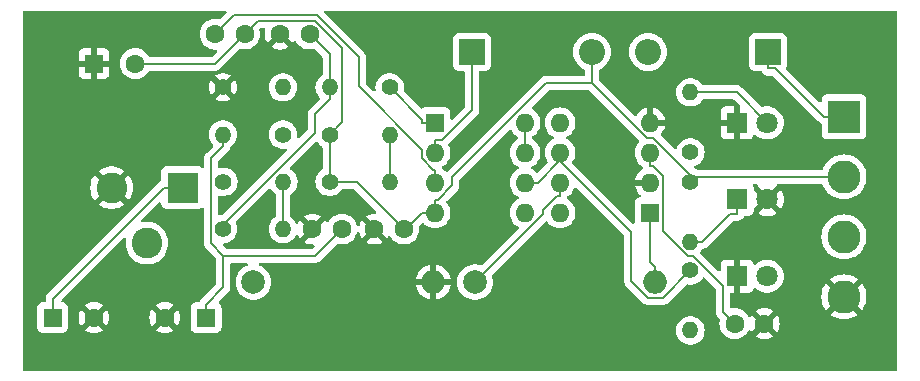
<source format=gbr>
%TF.GenerationSoftware,KiCad,Pcbnew,8.0.6*%
%TF.CreationDate,2024-11-02T03:13:20+03:00*%
%TF.ProjectId,kicad,6b696361-642e-46b6-9963-61645f706362,rev?*%
%TF.SameCoordinates,Original*%
%TF.FileFunction,Copper,L2,Bot*%
%TF.FilePolarity,Positive*%
%FSLAX46Y46*%
G04 Gerber Fmt 4.6, Leading zero omitted, Abs format (unit mm)*
G04 Created by KiCad (PCBNEW 8.0.6) date 2024-11-02 03:13:20*
%MOMM*%
%LPD*%
G01*
G04 APERTURE LIST*
%TA.AperFunction,ComponentPad*%
%ADD10R,1.800000X1.800000*%
%TD*%
%TA.AperFunction,ComponentPad*%
%ADD11C,1.800000*%
%TD*%
%TA.AperFunction,ComponentPad*%
%ADD12R,1.600000X1.600000*%
%TD*%
%TA.AperFunction,ComponentPad*%
%ADD13C,1.600000*%
%TD*%
%TA.AperFunction,ComponentPad*%
%ADD14O,1.600000X1.600000*%
%TD*%
%TA.AperFunction,ComponentPad*%
%ADD15C,1.400000*%
%TD*%
%TA.AperFunction,ComponentPad*%
%ADD16O,1.400000X1.400000*%
%TD*%
%TA.AperFunction,ComponentPad*%
%ADD17R,2.600000X2.600000*%
%TD*%
%TA.AperFunction,ComponentPad*%
%ADD18C,2.600000*%
%TD*%
%TA.AperFunction,ComponentPad*%
%ADD19R,2.800000X2.800000*%
%TD*%
%TA.AperFunction,ComponentPad*%
%ADD20C,2.800000*%
%TD*%
%TA.AperFunction,ComponentPad*%
%ADD21R,2.200000X2.200000*%
%TD*%
%TA.AperFunction,ComponentPad*%
%ADD22O,2.200000X2.200000*%
%TD*%
%TA.AperFunction,ComponentPad*%
%ADD23C,2.000000*%
%TD*%
%TA.AperFunction,ComponentPad*%
%ADD24O,2.000000X2.000000*%
%TD*%
%TA.AperFunction,Conductor*%
%ADD25C,0.200000*%
%TD*%
G04 APERTURE END LIST*
D10*
%TO.P,D5,1,K*%
%TO.N,GND*%
X188960000Y-72000000D03*
D11*
%TO.P,D5,2,A*%
%TO.N,Net-(D5-A)*%
X191500000Y-72000000D03*
%TD*%
D12*
%TO.P,C5,1*%
%TO.N,GND*%
X134500000Y-67000000D03*
D13*
%TO.P,C5,2*%
%TO.N,-5V*%
X138000000Y-67000000D03*
%TD*%
D12*
%TO.P,U2,1,SwC*%
%TO.N,Net-(D4-A)*%
X181580000Y-79620000D03*
D14*
%TO.P,U2,2,SwE*%
%TO.N,GND*%
X181580000Y-77080000D03*
%TO.P,U2,3,TC*%
%TO.N,Net-(U2-TC)*%
X181580000Y-74540000D03*
%TO.P,U2,4,GND*%
%TO.N,GND*%
X181580000Y-72000000D03*
%TO.P,U2,5,Vfb*%
%TO.N,Net-(U2-Vfb)*%
X173960000Y-72000000D03*
%TO.P,U2,6,Vin*%
%TO.N,+5V*%
X173960000Y-74540000D03*
%TO.P,U2,7,Ipk*%
%TO.N,Net-(U2-Ipk)*%
X173960000Y-77080000D03*
%TO.P,U2,8,DC*%
%TO.N,Net-(U2-DC)*%
X173960000Y-79620000D03*
%TD*%
D15*
%TO.P,R10,1*%
%TO.N,+12V*%
X185000000Y-74500000D03*
D16*
%TO.P,R10,2*%
%TO.N,Net-(D5-A)*%
X185000000Y-69420000D03*
%TD*%
D13*
%TO.P,C2,1*%
%TO.N,Net-(U1-TC)*%
X144750000Y-64500000D03*
%TO.P,C2,2*%
%TO.N,-5V*%
X147250000Y-64500000D03*
%TD*%
D15*
%TO.P,R4,1*%
%TO.N,-5V*%
X185000000Y-77000000D03*
D16*
%TO.P,R4,2*%
%TO.N,Net-(D2-K)*%
X185000000Y-82080000D03*
%TD*%
D15*
%TO.P,R5,1*%
%TO.N,+5V*%
X185000000Y-84500000D03*
D16*
%TO.P,R5,2*%
%TO.N,Net-(D3-A)*%
X185000000Y-89580000D03*
%TD*%
D12*
%TO.P,U1,1,SwC*%
%TO.N,Net-(U1-DC)*%
X163380000Y-72000000D03*
D14*
%TO.P,U1,2,SwE*%
%TO.N,Net-(D1-K)*%
X163380000Y-74540000D03*
%TO.P,U1,3,TC*%
%TO.N,Net-(U1-TC)*%
X163380000Y-77080000D03*
%TO.P,U1,4,GND*%
%TO.N,-5V*%
X163380000Y-79620000D03*
%TO.P,U1,5,Vfb*%
%TO.N,Net-(U1-Vfb)*%
X171000000Y-79620000D03*
%TO.P,U1,6,Vin*%
%TO.N,+5V*%
X171000000Y-77080000D03*
%TO.P,U1,7,Ipk*%
%TO.N,Net-(U1-DC)*%
X171000000Y-74540000D03*
%TO.P,U1,8,DC*%
X171000000Y-72000000D03*
%TD*%
D15*
%TO.P,R7,1*%
%TO.N,+5V*%
X145420000Y-81000000D03*
D16*
%TO.P,R7,2*%
%TO.N,Net-(U2-Ipk)*%
X150500000Y-81000000D03*
%TD*%
D15*
%TO.P,R3,1*%
%TO.N,-5V*%
X154460000Y-77000000D03*
D16*
%TO.P,R3,2*%
%TO.N,Net-(U1-Vfb)*%
X159540000Y-77000000D03*
%TD*%
D10*
%TO.P,D3,1,K*%
%TO.N,GND*%
X188960000Y-85000000D03*
D11*
%TO.P,D3,2,A*%
%TO.N,Net-(D3-A)*%
X191500000Y-85000000D03*
%TD*%
D15*
%TO.P,R9,1*%
%TO.N,Net-(U2-Vfb)*%
X150500000Y-73000000D03*
D16*
%TO.P,R9,2*%
%TO.N,+12V*%
X145420000Y-73000000D03*
%TD*%
D10*
%TO.P,D2,1,K*%
%TO.N,Net-(D2-K)*%
X188960000Y-78500000D03*
D11*
%TO.P,D2,2,A*%
%TO.N,GND*%
X191500000Y-78500000D03*
%TD*%
D17*
%TO.P,J3,1*%
%TO.N,+5V*%
X142000000Y-77500000D03*
D18*
%TO.P,J3,2*%
%TO.N,GND*%
X136000000Y-77500000D03*
%TO.P,J3,3*%
%TO.N,N/C*%
X139000000Y-82200000D03*
%TD*%
D15*
%TO.P,R2,1*%
%TO.N,-5V*%
X154460000Y-73000000D03*
D16*
%TO.P,R2,2*%
%TO.N,Net-(U1-Vfb)*%
X159540000Y-73000000D03*
%TD*%
D12*
%TO.P,C1,1*%
%TO.N,+5V*%
X131000000Y-88500000D03*
D13*
%TO.P,C1,2*%
%TO.N,GND*%
X134500000Y-88500000D03*
%TD*%
%TO.P,C7,1*%
%TO.N,GND*%
X153000000Y-81000000D03*
%TO.P,C7,2*%
%TO.N,+12V*%
X155500000Y-81000000D03*
%TD*%
D15*
%TO.P,R6,1*%
%TO.N,Net-(U2-DC)*%
X145460000Y-77000000D03*
D16*
%TO.P,R6,2*%
%TO.N,Net-(U2-Ipk)*%
X150540000Y-77000000D03*
%TD*%
D19*
%TO.P,J1,1,Pin_1*%
%TO.N,+12V*%
X198000000Y-71500000D03*
D20*
%TO.P,J1,2,Pin_2*%
%TO.N,-5V*%
X198000000Y-76580000D03*
%TO.P,J1,3,Pin_3*%
%TO.N,+5V*%
X198000000Y-81660000D03*
%TO.P,J1,4,Pin_4*%
%TO.N,GND*%
X198000000Y-86740000D03*
%TD*%
D13*
%TO.P,C3,1*%
%TO.N,+5V*%
X152750000Y-64500000D03*
%TO.P,C3,2*%
%TO.N,GND*%
X150250000Y-64500000D03*
%TD*%
D21*
%TO.P,D4,1,K*%
%TO.N,+12V*%
X191580000Y-66000000D03*
D22*
%TO.P,D4,2,A*%
%TO.N,Net-(D4-A)*%
X181420000Y-66000000D03*
%TD*%
D23*
%TO.P,L2,1,1*%
%TO.N,Net-(U2-Ipk)*%
X166760000Y-85500000D03*
D24*
%TO.P,L2,2,2*%
%TO.N,Net-(D4-A)*%
X182000000Y-85500000D03*
%TD*%
D15*
%TO.P,R8,1*%
%TO.N,GND*%
X145420000Y-69000000D03*
D16*
%TO.P,R8,2*%
%TO.N,Net-(U2-Vfb)*%
X150500000Y-69000000D03*
%TD*%
D21*
%TO.P,D1,1,K*%
%TO.N,Net-(D1-K)*%
X166500000Y-66000000D03*
D22*
%TO.P,D1,2,A*%
%TO.N,-5V*%
X176660000Y-66000000D03*
%TD*%
D12*
%TO.P,C8,1*%
%TO.N,+12V*%
X144000000Y-88500000D03*
D13*
%TO.P,C8,2*%
%TO.N,GND*%
X140500000Y-88500000D03*
%TD*%
D23*
%TO.P,L1,1,1*%
%TO.N,Net-(D1-K)*%
X148000000Y-85500000D03*
D24*
%TO.P,L1,2,2*%
%TO.N,GND*%
X163240000Y-85500000D03*
%TD*%
D13*
%TO.P,C4,1*%
%TO.N,GND*%
X158250000Y-81000000D03*
%TO.P,C4,2*%
%TO.N,-5V*%
X160750000Y-81000000D03*
%TD*%
D15*
%TO.P,R1,1*%
%TO.N,Net-(U1-DC)*%
X159540000Y-69000000D03*
D16*
%TO.P,R1,2*%
%TO.N,+5V*%
X154460000Y-69000000D03*
%TD*%
D13*
%TO.P,C6,1*%
%TO.N,Net-(U2-TC)*%
X188750000Y-89000000D03*
%TO.P,C6,2*%
%TO.N,GND*%
X191250000Y-89000000D03*
%TD*%
D25*
%TO.N,+5V*%
X140398300Y-77500000D02*
X131000000Y-86898300D01*
X142000000Y-77500000D02*
X140398300Y-77500000D01*
X179980700Y-85397300D02*
X179980700Y-81290600D01*
X185000000Y-84500000D02*
X182695800Y-86804200D01*
X153207200Y-72838400D02*
X153207200Y-71254500D01*
X154460000Y-66210000D02*
X154460000Y-69000000D01*
X154460000Y-69000000D02*
X154460000Y-70001700D01*
X145420000Y-80625600D02*
X153207200Y-72838400D01*
X179980700Y-81290600D02*
X173960000Y-75269900D01*
X145420000Y-81000000D02*
X145420000Y-80625600D01*
X181387600Y-86804200D02*
X179980700Y-85397300D01*
X153207200Y-71254500D02*
X154460000Y-70001700D01*
X173960000Y-75269900D02*
X173911800Y-75269900D01*
X182695800Y-86804200D02*
X181387600Y-86804200D01*
X173960000Y-74540000D02*
X173960000Y-75090800D01*
X173911800Y-75269900D02*
X172101700Y-77080000D01*
X131000000Y-86898300D02*
X131000000Y-88500000D01*
X173960000Y-75090800D02*
X173960000Y-75269900D01*
X171000000Y-77080000D02*
X172101700Y-77080000D01*
X152750000Y-64500000D02*
X154460000Y-66210000D01*
%TO.N,Net-(U1-TC)*%
X162278300Y-75014400D02*
X162278300Y-74304100D01*
X163380000Y-75978300D02*
X163242200Y-75978300D01*
X163380000Y-77080000D02*
X163380000Y-75978300D01*
X163242200Y-75978300D02*
X162278300Y-75014400D01*
X156899000Y-66448700D02*
X153371000Y-62920700D01*
X153371000Y-62920700D02*
X146329300Y-62920700D01*
X146329300Y-62920700D02*
X144750000Y-64500000D01*
X156899000Y-68924800D02*
X156899000Y-66448700D01*
X162278300Y-74304100D02*
X156899000Y-68924800D01*
%TO.N,-5V*%
X181284700Y-73270000D02*
X181870300Y-73270000D01*
X155495300Y-65651700D02*
X155495300Y-71964700D01*
X198000000Y-76580000D02*
X185000000Y-76580000D01*
X181870300Y-73270000D02*
X185000000Y-76399700D01*
X156750000Y-77000000D02*
X160750000Y-81000000D01*
X176660000Y-68645300D02*
X181284700Y-73270000D01*
X154460000Y-77000000D02*
X156750000Y-77000000D01*
X185000000Y-76399700D02*
X185000000Y-76580000D01*
X147250000Y-64500000D02*
X148365600Y-63384400D01*
X176660000Y-66000000D02*
X176660000Y-68645300D01*
X163380000Y-79620000D02*
X162278300Y-79620000D01*
X185000000Y-76580000D02*
X185000000Y-77000000D01*
X172770500Y-68645300D02*
X164819800Y-76596000D01*
X153228000Y-63384400D02*
X155495300Y-65651700D01*
X176660000Y-68645300D02*
X172770500Y-68645300D01*
X147250000Y-64500000D02*
X144750000Y-67000000D01*
X160898300Y-81000000D02*
X160750000Y-81000000D01*
X155495300Y-71964700D02*
X154460000Y-73000000D01*
X144750000Y-67000000D02*
X138000000Y-67000000D01*
X164819800Y-77306800D02*
X163608300Y-78518300D01*
X154460000Y-77000000D02*
X154460000Y-73000000D01*
X162278300Y-79620000D02*
X160898300Y-81000000D01*
X163608300Y-78518300D02*
X163380000Y-78518300D01*
X163380000Y-79620000D02*
X163380000Y-78518300D01*
X148365600Y-63384400D02*
X153228000Y-63384400D01*
X164819800Y-76596000D02*
X164819800Y-77306800D01*
%TO.N,Net-(U2-TC)*%
X187758300Y-85813000D02*
X185235300Y-83290000D01*
X187758300Y-88008300D02*
X187758300Y-85813000D01*
X181580000Y-74540000D02*
X181580000Y-75641700D01*
X182681700Y-81199700D02*
X182681700Y-76515100D01*
X182681700Y-76515100D02*
X181808300Y-75641700D01*
X185235300Y-83290000D02*
X184772000Y-83290000D01*
X181808300Y-75641700D02*
X181580000Y-75641700D01*
X184772000Y-83290000D02*
X182681700Y-81199700D01*
X188750000Y-89000000D02*
X187758300Y-88008300D01*
%TO.N,+12V*%
X192200000Y-67401700D02*
X191580000Y-67401700D01*
X153244800Y-83255200D02*
X155500000Y-81000000D01*
X145420000Y-73000000D02*
X145420000Y-74001700D01*
X144408800Y-82214000D02*
X144408800Y-75012900D01*
X144408800Y-75012900D02*
X145420000Y-74001700D01*
X196298300Y-71500000D02*
X192200000Y-67401700D01*
X145450000Y-83255200D02*
X144408800Y-82214000D01*
X145450000Y-83255200D02*
X153244800Y-83255200D01*
X198000000Y-71500000D02*
X196298300Y-71500000D01*
X144000000Y-88500000D02*
X144000000Y-87398300D01*
X145450000Y-85948300D02*
X145450000Y-83255200D01*
X144000000Y-87398300D02*
X145450000Y-85948300D01*
X191580000Y-66000000D02*
X191580000Y-67401700D01*
%TO.N,Net-(D1-K)*%
X166500000Y-70936200D02*
X163997900Y-73438300D01*
X163380000Y-74540000D02*
X163380000Y-73438300D01*
X166500000Y-66000000D02*
X166500000Y-70936200D01*
X163997900Y-73438300D02*
X163380000Y-73438300D01*
%TO.N,Net-(D2-K)*%
X188960000Y-78500000D02*
X188960000Y-79701700D01*
X185000000Y-82080000D02*
X186001700Y-82080000D01*
X186001700Y-82080000D02*
X188380000Y-79701700D01*
X188380000Y-79701700D02*
X188960000Y-79701700D01*
%TO.N,Net-(D4-A)*%
X181580000Y-83778300D02*
X181580000Y-79620000D01*
X182000000Y-85500000D02*
X182000000Y-84198300D01*
X182000000Y-84198300D02*
X181580000Y-83778300D01*
%TO.N,Net-(D5-A)*%
X185000000Y-69420000D02*
X188920000Y-69420000D01*
X188920000Y-69420000D02*
X191500000Y-72000000D01*
%TO.N,Net-(U2-Ipk)*%
X150540000Y-77000000D02*
X150540000Y-78001700D01*
X172520200Y-79739800D02*
X172520200Y-79393200D01*
X172520200Y-79393200D02*
X173731700Y-78181700D01*
X166760000Y-85500000D02*
X172520200Y-79739800D01*
X173960000Y-77080000D02*
X173960000Y-78181700D01*
X150500000Y-78041700D02*
X150540000Y-78001700D01*
X150500000Y-81000000D02*
X150500000Y-78041700D01*
X173731700Y-78181700D02*
X173960000Y-78181700D01*
%TO.N,Net-(U1-DC)*%
X159540000Y-69000000D02*
X162278300Y-71738300D01*
X163380000Y-72000000D02*
X162278300Y-72000000D01*
X171000000Y-72000000D02*
X171000000Y-74540000D01*
X162278300Y-71738300D02*
X162278300Y-72000000D01*
%TO.N,Net-(U1-Vfb)*%
X159540000Y-73000000D02*
X159540000Y-77000000D01*
%TD*%
%TA.AperFunction,Conductor*%
%TO.N,GND*%
G36*
X145667941Y-62520185D02*
G01*
X145713696Y-62572989D01*
X145723640Y-62642147D01*
X145694615Y-62705703D01*
X145688583Y-62712181D01*
X145192705Y-63208058D01*
X145131382Y-63241543D01*
X145072931Y-63240152D01*
X144976697Y-63214366D01*
X144976693Y-63214365D01*
X144976692Y-63214365D01*
X144976691Y-63214364D01*
X144976686Y-63214364D01*
X144750002Y-63194532D01*
X144749998Y-63194532D01*
X144523313Y-63214364D01*
X144523302Y-63214366D01*
X144303511Y-63273258D01*
X144303502Y-63273261D01*
X144097267Y-63369431D01*
X144097265Y-63369432D01*
X143910858Y-63499954D01*
X143749954Y-63660858D01*
X143619432Y-63847265D01*
X143619431Y-63847267D01*
X143523261Y-64053502D01*
X143523258Y-64053511D01*
X143464366Y-64273302D01*
X143464364Y-64273313D01*
X143444532Y-64499998D01*
X143444532Y-64500001D01*
X143464364Y-64726686D01*
X143464366Y-64726697D01*
X143523258Y-64946488D01*
X143523261Y-64946497D01*
X143619431Y-65152732D01*
X143619432Y-65152734D01*
X143749954Y-65339141D01*
X143910858Y-65500045D01*
X143910861Y-65500047D01*
X144097266Y-65630568D01*
X144303504Y-65726739D01*
X144303509Y-65726740D01*
X144303511Y-65726741D01*
X144356415Y-65740916D01*
X144523308Y-65785635D01*
X144750000Y-65805468D01*
X144789012Y-65802054D01*
X144857509Y-65815819D01*
X144907693Y-65864433D01*
X144923628Y-65932462D01*
X144900254Y-65998306D01*
X144887500Y-66013263D01*
X144537584Y-66363181D01*
X144476261Y-66396666D01*
X144449903Y-66399500D01*
X139231692Y-66399500D01*
X139164653Y-66379815D01*
X139130119Y-66346625D01*
X139000047Y-66160861D01*
X139000045Y-66160858D01*
X138839141Y-65999954D01*
X138652734Y-65869432D01*
X138652732Y-65869431D01*
X138446497Y-65773261D01*
X138446488Y-65773258D01*
X138226697Y-65714366D01*
X138226693Y-65714365D01*
X138226692Y-65714365D01*
X138226691Y-65714364D01*
X138226686Y-65714364D01*
X138000002Y-65694532D01*
X137999998Y-65694532D01*
X137773313Y-65714364D01*
X137773302Y-65714366D01*
X137553511Y-65773258D01*
X137553502Y-65773261D01*
X137347267Y-65869431D01*
X137347265Y-65869432D01*
X137160858Y-65999954D01*
X136999954Y-66160858D01*
X136869432Y-66347265D01*
X136869431Y-66347267D01*
X136773261Y-66553502D01*
X136773258Y-66553511D01*
X136714366Y-66773302D01*
X136714364Y-66773313D01*
X136694532Y-66999998D01*
X136694532Y-67000001D01*
X136714364Y-67226686D01*
X136714366Y-67226697D01*
X136773258Y-67446488D01*
X136773261Y-67446497D01*
X136869431Y-67652732D01*
X136869432Y-67652734D01*
X136999954Y-67839141D01*
X137160858Y-68000045D01*
X137160861Y-68000047D01*
X137347266Y-68130568D01*
X137553504Y-68226739D01*
X137773308Y-68285635D01*
X137935230Y-68299801D01*
X137999998Y-68305468D01*
X138000000Y-68305468D01*
X138000002Y-68305468D01*
X138062511Y-68299999D01*
X138226692Y-68285635D01*
X138446496Y-68226739D01*
X138652734Y-68130568D01*
X138839139Y-68000047D01*
X138846067Y-67993119D01*
X144766671Y-67993119D01*
X145420000Y-68646447D01*
X145420001Y-68646447D01*
X146073327Y-67993119D01*
X145957178Y-67921202D01*
X145957177Y-67921201D01*
X145749804Y-67840865D01*
X145531193Y-67800000D01*
X145308807Y-67800000D01*
X145090195Y-67840865D01*
X144882824Y-67921200D01*
X144882823Y-67921201D01*
X144766671Y-67993119D01*
X138846067Y-67993119D01*
X139000047Y-67839139D01*
X139130118Y-67653375D01*
X139184693Y-67609752D01*
X139231692Y-67600500D01*
X144663331Y-67600500D01*
X144663347Y-67600501D01*
X144670943Y-67600501D01*
X144829054Y-67600501D01*
X144829057Y-67600501D01*
X144981785Y-67559577D01*
X145031904Y-67530639D01*
X145118716Y-67480520D01*
X145230520Y-67368716D01*
X145230520Y-67368714D01*
X145240728Y-67358507D01*
X145240730Y-67358504D01*
X146807294Y-65791939D01*
X146868615Y-65758456D01*
X146927066Y-65759847D01*
X146933273Y-65761510D01*
X147023308Y-65785635D01*
X147185230Y-65799801D01*
X147249998Y-65805468D01*
X147250000Y-65805468D01*
X147250002Y-65805468D01*
X147306673Y-65800509D01*
X147476692Y-65785635D01*
X147696496Y-65726739D01*
X147902734Y-65630568D01*
X148089139Y-65500047D01*
X148250047Y-65339139D01*
X148380568Y-65152734D01*
X148476739Y-64946496D01*
X148535635Y-64726692D01*
X148555468Y-64500000D01*
X148535635Y-64273308D01*
X148509847Y-64177066D01*
X148511510Y-64107219D01*
X148541942Y-64057293D01*
X148578018Y-64021218D01*
X148639342Y-63987733D01*
X148665698Y-63984900D01*
X148880561Y-63984900D01*
X148947600Y-64004585D01*
X148993355Y-64057389D01*
X149003299Y-64126547D01*
X149000336Y-64140993D01*
X148964860Y-64273390D01*
X148964858Y-64273400D01*
X148945034Y-64499997D01*
X148945034Y-64500002D01*
X148964858Y-64726599D01*
X148964860Y-64726610D01*
X149023730Y-64946317D01*
X149023735Y-64946331D01*
X149119863Y-65152478D01*
X149170974Y-65225472D01*
X149850000Y-64546446D01*
X149850000Y-64552661D01*
X149877259Y-64654394D01*
X149929920Y-64745606D01*
X150004394Y-64820080D01*
X150095606Y-64872741D01*
X150197339Y-64900000D01*
X150203553Y-64900000D01*
X149524526Y-65579025D01*
X149597513Y-65630132D01*
X149597521Y-65630136D01*
X149803668Y-65726264D01*
X149803682Y-65726269D01*
X150023389Y-65785139D01*
X150023400Y-65785141D01*
X150249998Y-65804966D01*
X150250002Y-65804966D01*
X150476599Y-65785141D01*
X150476610Y-65785139D01*
X150696317Y-65726269D01*
X150696331Y-65726264D01*
X150902478Y-65630136D01*
X150975471Y-65579024D01*
X150296447Y-64900000D01*
X150302661Y-64900000D01*
X150404394Y-64872741D01*
X150495606Y-64820080D01*
X150570080Y-64745606D01*
X150622741Y-64654394D01*
X150650000Y-64552661D01*
X150650000Y-64546447D01*
X151329024Y-65225471D01*
X151380134Y-65152481D01*
X151387340Y-65137028D01*
X151433511Y-65084587D01*
X151500704Y-65065433D01*
X151567585Y-65085646D01*
X151612105Y-65137022D01*
X151619430Y-65152730D01*
X151619432Y-65152734D01*
X151749954Y-65339141D01*
X151910858Y-65500045D01*
X151910861Y-65500047D01*
X152097266Y-65630568D01*
X152303504Y-65726739D01*
X152303509Y-65726740D01*
X152303511Y-65726741D01*
X152356415Y-65740916D01*
X152523308Y-65785635D01*
X152685230Y-65799801D01*
X152749998Y-65805468D01*
X152750000Y-65805468D01*
X152750002Y-65805468D01*
X152806673Y-65800509D01*
X152976692Y-65785635D01*
X153072932Y-65759847D01*
X153142781Y-65761510D01*
X153192706Y-65791941D01*
X153823181Y-66422416D01*
X153856666Y-66483739D01*
X153859500Y-66510097D01*
X153859500Y-67890754D01*
X153839815Y-67957793D01*
X153800778Y-67996181D01*
X153733436Y-68037877D01*
X153569020Y-68187761D01*
X153434943Y-68365308D01*
X153434938Y-68365316D01*
X153335775Y-68564461D01*
X153335769Y-68564476D01*
X153274885Y-68778462D01*
X153274884Y-68778464D01*
X153254357Y-68999999D01*
X153254357Y-69000000D01*
X153274884Y-69221535D01*
X153274885Y-69221537D01*
X153335769Y-69435523D01*
X153335775Y-69435538D01*
X153434938Y-69634683D01*
X153434943Y-69634691D01*
X153569020Y-69812238D01*
X153593996Y-69835006D01*
X153630278Y-69894717D01*
X153628517Y-69964564D01*
X153598139Y-70014324D01*
X152838486Y-70773978D01*
X152726681Y-70885782D01*
X152726677Y-70885787D01*
X152676909Y-70971988D01*
X152676910Y-70971989D01*
X152647622Y-71022716D01*
X152628919Y-71092517D01*
X152606699Y-71175443D01*
X152606699Y-71175445D01*
X152606699Y-71343546D01*
X152606700Y-71343559D01*
X152606700Y-72538302D01*
X152587015Y-72605341D01*
X152570381Y-72625983D01*
X151898366Y-73297997D01*
X151837043Y-73331482D01*
X151767351Y-73326498D01*
X151711418Y-73284626D01*
X151687001Y-73219162D01*
X151687213Y-73198885D01*
X151705643Y-73000000D01*
X151691546Y-72847872D01*
X151685115Y-72778464D01*
X151685114Y-72778462D01*
X151679729Y-72759536D01*
X151624229Y-72564472D01*
X151580860Y-72477375D01*
X151525061Y-72365316D01*
X151525056Y-72365308D01*
X151390979Y-72187761D01*
X151226562Y-72037876D01*
X151226560Y-72037874D01*
X151037404Y-71920754D01*
X151037398Y-71920752D01*
X150829940Y-71840382D01*
X150611243Y-71799500D01*
X150388757Y-71799500D01*
X150170060Y-71840382D01*
X150053228Y-71885643D01*
X149962601Y-71920752D01*
X149962595Y-71920754D01*
X149773439Y-72037874D01*
X149773437Y-72037876D01*
X149609020Y-72187761D01*
X149474943Y-72365308D01*
X149474938Y-72365316D01*
X149375775Y-72564461D01*
X149375769Y-72564476D01*
X149314885Y-72778462D01*
X149314884Y-72778464D01*
X149294357Y-72999999D01*
X149294357Y-73000000D01*
X149314884Y-73221535D01*
X149314885Y-73221537D01*
X149375769Y-73435523D01*
X149375775Y-73435538D01*
X149474938Y-73634683D01*
X149474943Y-73634691D01*
X149609020Y-73812238D01*
X149773437Y-73962123D01*
X149773439Y-73962125D01*
X149962595Y-74079245D01*
X149962596Y-74079245D01*
X149962599Y-74079247D01*
X150170060Y-74159618D01*
X150388757Y-74200500D01*
X150388759Y-74200500D01*
X150611242Y-74200500D01*
X150611243Y-74200500D01*
X150690676Y-74185651D01*
X150760191Y-74192681D01*
X150814870Y-74236178D01*
X150837353Y-74302331D01*
X150820501Y-74370138D01*
X150801143Y-74395220D01*
X145433184Y-79763181D01*
X145371861Y-79796666D01*
X145345503Y-79799500D01*
X145308757Y-79799500D01*
X145156083Y-79828039D01*
X145086570Y-79821009D01*
X145031892Y-79777511D01*
X145009409Y-79711358D01*
X145009300Y-79706151D01*
X145009300Y-78286371D01*
X145028985Y-78219332D01*
X145081789Y-78173577D01*
X145150947Y-78163633D01*
X145156032Y-78164473D01*
X145348757Y-78200500D01*
X145348760Y-78200500D01*
X145571241Y-78200500D01*
X145571243Y-78200500D01*
X145789940Y-78159618D01*
X145997401Y-78079247D01*
X146186562Y-77962124D01*
X146350981Y-77812236D01*
X146485058Y-77634689D01*
X146584229Y-77435528D01*
X146645115Y-77221536D01*
X146665643Y-77000000D01*
X146661674Y-76957172D01*
X146645115Y-76778464D01*
X146645114Y-76778462D01*
X146640952Y-76763835D01*
X146584229Y-76564472D01*
X146561825Y-76519479D01*
X146485061Y-76365316D01*
X146485056Y-76365308D01*
X146350979Y-76187761D01*
X146186562Y-76037876D01*
X146186560Y-76037874D01*
X145997404Y-75920754D01*
X145997398Y-75920752D01*
X145997393Y-75920750D01*
X145789940Y-75840382D01*
X145571243Y-75799500D01*
X145348757Y-75799500D01*
X145156085Y-75835517D01*
X145086570Y-75828486D01*
X145031891Y-75784988D01*
X145009409Y-75718834D01*
X145009300Y-75713628D01*
X145009300Y-75312997D01*
X145028985Y-75245958D01*
X145045619Y-75225316D01*
X145424107Y-74846828D01*
X145900520Y-74370416D01*
X145979577Y-74233484D01*
X146020501Y-74080757D01*
X146020501Y-74080753D01*
X146020818Y-74079570D01*
X146057183Y-74019910D01*
X146075312Y-74006239D01*
X146146562Y-73962124D01*
X146310981Y-73812236D01*
X146445058Y-73634689D01*
X146544229Y-73435528D01*
X146605115Y-73221536D01*
X146625643Y-73000000D01*
X146611546Y-72847872D01*
X146605115Y-72778464D01*
X146605114Y-72778462D01*
X146599729Y-72759536D01*
X146544229Y-72564472D01*
X146500860Y-72477375D01*
X146445061Y-72365316D01*
X146445056Y-72365308D01*
X146310979Y-72187761D01*
X146146562Y-72037876D01*
X146146560Y-72037874D01*
X145957404Y-71920754D01*
X145957398Y-71920752D01*
X145749940Y-71840382D01*
X145531243Y-71799500D01*
X145308757Y-71799500D01*
X145090060Y-71840382D01*
X144973228Y-71885643D01*
X144882601Y-71920752D01*
X144882595Y-71920754D01*
X144693439Y-72037874D01*
X144693437Y-72037876D01*
X144529020Y-72187761D01*
X144394943Y-72365308D01*
X144394938Y-72365316D01*
X144295775Y-72564461D01*
X144295769Y-72564476D01*
X144234885Y-72778462D01*
X144234884Y-72778464D01*
X144214357Y-72999999D01*
X144214357Y-73000000D01*
X144234884Y-73221535D01*
X144234885Y-73221537D01*
X144295769Y-73435523D01*
X144295775Y-73435538D01*
X144394938Y-73634683D01*
X144394943Y-73634691D01*
X144529020Y-73812238D01*
X144553996Y-73835006D01*
X144590278Y-73894717D01*
X144588517Y-73964564D01*
X144558139Y-74014324D01*
X144040086Y-74532378D01*
X143928281Y-74644182D01*
X143928279Y-74644185D01*
X143909187Y-74677253D01*
X143890095Y-74710323D01*
X143849223Y-74781115D01*
X143808299Y-74933843D01*
X143808299Y-74933845D01*
X143808299Y-75101946D01*
X143808300Y-75101959D01*
X143808300Y-75707586D01*
X143788615Y-75774625D01*
X143735811Y-75820380D01*
X143666653Y-75830324D01*
X143609989Y-75806853D01*
X143542330Y-75756203D01*
X143542328Y-75756202D01*
X143407482Y-75705908D01*
X143407483Y-75705908D01*
X143347883Y-75699501D01*
X143347881Y-75699500D01*
X143347873Y-75699500D01*
X143347864Y-75699500D01*
X140652129Y-75699500D01*
X140652123Y-75699501D01*
X140592516Y-75705908D01*
X140457671Y-75756202D01*
X140457664Y-75756206D01*
X140342455Y-75842452D01*
X140342452Y-75842455D01*
X140256206Y-75957664D01*
X140256202Y-75957671D01*
X140205908Y-76092517D01*
X140199501Y-76152116D01*
X140199500Y-76152131D01*
X140199500Y-76849787D01*
X140179815Y-76916826D01*
X140137504Y-76957172D01*
X140124442Y-76964714D01*
X140124438Y-76964716D01*
X140029587Y-77019477D01*
X140029582Y-77019481D01*
X130519481Y-86529582D01*
X130519475Y-86529590D01*
X130474358Y-86607737D01*
X130474358Y-86607738D01*
X130440423Y-86666515D01*
X130399499Y-86819243D01*
X130399499Y-86819245D01*
X130399499Y-86987346D01*
X130399500Y-86987359D01*
X130399500Y-87075500D01*
X130379815Y-87142539D01*
X130327011Y-87188294D01*
X130275501Y-87199500D01*
X130152130Y-87199500D01*
X130152123Y-87199501D01*
X130092516Y-87205908D01*
X129957671Y-87256202D01*
X129957664Y-87256206D01*
X129842455Y-87342452D01*
X129842452Y-87342455D01*
X129756206Y-87457664D01*
X129756202Y-87457671D01*
X129705908Y-87592517D01*
X129699501Y-87652116D01*
X129699501Y-87652123D01*
X129699500Y-87652135D01*
X129699500Y-89347870D01*
X129699501Y-89347876D01*
X129705908Y-89407483D01*
X129756202Y-89542328D01*
X129756206Y-89542335D01*
X129842452Y-89657544D01*
X129842455Y-89657547D01*
X129957664Y-89743793D01*
X129957671Y-89743797D01*
X130092517Y-89794091D01*
X130092516Y-89794091D01*
X130099444Y-89794835D01*
X130152127Y-89800500D01*
X131847872Y-89800499D01*
X131907483Y-89794091D01*
X132042331Y-89743796D01*
X132157546Y-89657546D01*
X132243796Y-89542331D01*
X132294091Y-89407483D01*
X132300500Y-89347873D01*
X132300499Y-88499997D01*
X133195034Y-88499997D01*
X133195034Y-88500002D01*
X133214858Y-88726599D01*
X133214860Y-88726610D01*
X133273730Y-88946317D01*
X133273735Y-88946331D01*
X133369863Y-89152478D01*
X133420974Y-89225472D01*
X134100000Y-88546446D01*
X134100000Y-88552661D01*
X134127259Y-88654394D01*
X134179920Y-88745606D01*
X134254394Y-88820080D01*
X134345606Y-88872741D01*
X134447339Y-88900000D01*
X134453553Y-88900000D01*
X133774526Y-89579025D01*
X133847513Y-89630132D01*
X133847521Y-89630136D01*
X134053668Y-89726264D01*
X134053682Y-89726269D01*
X134273389Y-89785139D01*
X134273400Y-89785141D01*
X134499998Y-89804966D01*
X134500002Y-89804966D01*
X134726599Y-89785141D01*
X134726610Y-89785139D01*
X134946317Y-89726269D01*
X134946331Y-89726264D01*
X135152478Y-89630136D01*
X135225471Y-89579024D01*
X134546447Y-88900000D01*
X134552661Y-88900000D01*
X134654394Y-88872741D01*
X134745606Y-88820080D01*
X134820080Y-88745606D01*
X134872741Y-88654394D01*
X134900000Y-88552661D01*
X134900000Y-88546447D01*
X135579024Y-89225471D01*
X135630136Y-89152478D01*
X135726264Y-88946331D01*
X135726269Y-88946317D01*
X135785139Y-88726610D01*
X135785141Y-88726599D01*
X135804966Y-88500002D01*
X135804966Y-88499997D01*
X139195034Y-88499997D01*
X139195034Y-88500002D01*
X139214858Y-88726599D01*
X139214860Y-88726610D01*
X139273730Y-88946317D01*
X139273735Y-88946331D01*
X139369863Y-89152478D01*
X139420974Y-89225472D01*
X140100000Y-88546446D01*
X140100000Y-88552661D01*
X140127259Y-88654394D01*
X140179920Y-88745606D01*
X140254394Y-88820080D01*
X140345606Y-88872741D01*
X140447339Y-88900000D01*
X140453553Y-88900000D01*
X139774526Y-89579025D01*
X139847513Y-89630132D01*
X139847521Y-89630136D01*
X140053668Y-89726264D01*
X140053682Y-89726269D01*
X140273389Y-89785139D01*
X140273400Y-89785141D01*
X140499998Y-89804966D01*
X140500002Y-89804966D01*
X140726599Y-89785141D01*
X140726610Y-89785139D01*
X140946317Y-89726269D01*
X140946331Y-89726264D01*
X141152478Y-89630136D01*
X141225471Y-89579024D01*
X140546447Y-88900000D01*
X140552661Y-88900000D01*
X140654394Y-88872741D01*
X140745606Y-88820080D01*
X140820080Y-88745606D01*
X140872741Y-88654394D01*
X140900000Y-88552661D01*
X140900000Y-88546447D01*
X141579024Y-89225471D01*
X141630136Y-89152478D01*
X141726264Y-88946331D01*
X141726269Y-88946317D01*
X141785139Y-88726610D01*
X141785141Y-88726599D01*
X141804966Y-88500002D01*
X141804966Y-88499997D01*
X141785141Y-88273400D01*
X141785139Y-88273389D01*
X141726269Y-88053682D01*
X141726264Y-88053668D01*
X141630136Y-87847521D01*
X141630132Y-87847513D01*
X141579025Y-87774526D01*
X140900000Y-88453551D01*
X140900000Y-88447339D01*
X140872741Y-88345606D01*
X140820080Y-88254394D01*
X140745606Y-88179920D01*
X140654394Y-88127259D01*
X140552661Y-88100000D01*
X140546448Y-88100000D01*
X141225472Y-87420974D01*
X141152478Y-87369863D01*
X140946331Y-87273735D01*
X140946317Y-87273730D01*
X140726610Y-87214860D01*
X140726599Y-87214858D01*
X140500002Y-87195034D01*
X140499998Y-87195034D01*
X140273400Y-87214858D01*
X140273389Y-87214860D01*
X140053682Y-87273730D01*
X140053673Y-87273734D01*
X139847516Y-87369866D01*
X139847512Y-87369868D01*
X139774526Y-87420973D01*
X139774526Y-87420974D01*
X140453553Y-88100000D01*
X140447339Y-88100000D01*
X140345606Y-88127259D01*
X140254394Y-88179920D01*
X140179920Y-88254394D01*
X140127259Y-88345606D01*
X140100000Y-88447339D01*
X140100000Y-88453552D01*
X139420974Y-87774526D01*
X139420973Y-87774526D01*
X139369868Y-87847512D01*
X139369866Y-87847516D01*
X139273734Y-88053673D01*
X139273730Y-88053682D01*
X139214860Y-88273389D01*
X139214858Y-88273400D01*
X139195034Y-88499997D01*
X135804966Y-88499997D01*
X135785141Y-88273400D01*
X135785139Y-88273389D01*
X135726269Y-88053682D01*
X135726264Y-88053668D01*
X135630136Y-87847521D01*
X135630132Y-87847513D01*
X135579025Y-87774526D01*
X134900000Y-88453551D01*
X134900000Y-88447339D01*
X134872741Y-88345606D01*
X134820080Y-88254394D01*
X134745606Y-88179920D01*
X134654394Y-88127259D01*
X134552661Y-88100000D01*
X134546448Y-88100000D01*
X135225472Y-87420974D01*
X135152478Y-87369863D01*
X134946331Y-87273735D01*
X134946317Y-87273730D01*
X134726610Y-87214860D01*
X134726599Y-87214858D01*
X134500002Y-87195034D01*
X134499998Y-87195034D01*
X134273400Y-87214858D01*
X134273389Y-87214860D01*
X134053682Y-87273730D01*
X134053673Y-87273734D01*
X133847516Y-87369866D01*
X133847512Y-87369868D01*
X133774526Y-87420973D01*
X133774526Y-87420974D01*
X134453553Y-88100000D01*
X134447339Y-88100000D01*
X134345606Y-88127259D01*
X134254394Y-88179920D01*
X134179920Y-88254394D01*
X134127259Y-88345606D01*
X134100000Y-88447339D01*
X134100000Y-88453552D01*
X133420974Y-87774526D01*
X133420973Y-87774526D01*
X133369868Y-87847512D01*
X133369866Y-87847516D01*
X133273734Y-88053673D01*
X133273730Y-88053682D01*
X133214860Y-88273389D01*
X133214858Y-88273400D01*
X133195034Y-88499997D01*
X132300499Y-88499997D01*
X132300499Y-87652128D01*
X132294091Y-87592517D01*
X132271262Y-87531310D01*
X132243797Y-87457671D01*
X132243793Y-87457664D01*
X132157547Y-87342455D01*
X132157544Y-87342452D01*
X132042335Y-87256206D01*
X132042328Y-87256202D01*
X131907482Y-87205908D01*
X131907483Y-87205908D01*
X131847883Y-87199501D01*
X131847881Y-87199500D01*
X131847873Y-87199500D01*
X131847865Y-87199500D01*
X131847397Y-87199500D01*
X131847292Y-87199469D01*
X131844548Y-87199322D01*
X131844582Y-87198673D01*
X131780358Y-87179815D01*
X131734603Y-87127011D01*
X131724659Y-87057853D01*
X131753684Y-86994297D01*
X131759716Y-86987819D01*
X133072827Y-85674708D01*
X137027971Y-81719562D01*
X137089292Y-81686079D01*
X137158984Y-81691063D01*
X137214917Y-81732935D01*
X137239334Y-81798399D01*
X137236541Y-81834837D01*
X137214616Y-81930896D01*
X137214616Y-81930898D01*
X137194451Y-82199995D01*
X137194451Y-82200004D01*
X137214616Y-82469099D01*
X137267680Y-82701590D01*
X137274666Y-82732195D01*
X137373257Y-82983398D01*
X137508185Y-83217102D01*
X137544700Y-83262890D01*
X137676442Y-83428089D01*
X137785807Y-83529564D01*
X137874259Y-83611635D01*
X138097226Y-83763651D01*
X138097229Y-83763652D01*
X138097230Y-83763653D01*
X138111490Y-83770520D01*
X138340359Y-83880738D01*
X138598228Y-83960280D01*
X138598229Y-83960280D01*
X138598232Y-83960281D01*
X138865063Y-84000499D01*
X138865068Y-84000499D01*
X138865071Y-84000500D01*
X138865072Y-84000500D01*
X139134928Y-84000500D01*
X139134929Y-84000500D01*
X139155848Y-83997347D01*
X139401767Y-83960281D01*
X139401768Y-83960280D01*
X139401772Y-83960280D01*
X139659641Y-83880738D01*
X139851765Y-83788216D01*
X139902767Y-83763655D01*
X139902767Y-83763654D01*
X139902775Y-83763651D01*
X140125741Y-83611635D01*
X140323561Y-83428085D01*
X140491815Y-83217102D01*
X140626743Y-82983398D01*
X140725334Y-82732195D01*
X140785383Y-82469103D01*
X140785382Y-82469103D01*
X140785384Y-82469099D01*
X140805549Y-82200004D01*
X140805549Y-82199995D01*
X140785383Y-81930898D01*
X140750955Y-81780058D01*
X140725334Y-81667805D01*
X140626743Y-81416602D01*
X140491815Y-81182898D01*
X140323561Y-80971915D01*
X140323560Y-80971914D01*
X140323557Y-80971910D01*
X140125741Y-80788365D01*
X140111216Y-80778462D01*
X139902775Y-80636349D01*
X139902771Y-80636347D01*
X139902768Y-80636345D01*
X139902767Y-80636344D01*
X139659643Y-80519263D01*
X139659645Y-80519263D01*
X139401773Y-80439720D01*
X139401767Y-80439718D01*
X139134936Y-80399500D01*
X139134929Y-80399500D01*
X138865071Y-80399500D01*
X138865063Y-80399500D01*
X138628894Y-80435097D01*
X138559670Y-80425624D01*
X138506556Y-80380229D01*
X138486416Y-80313325D01*
X138505644Y-80246153D01*
X138522727Y-80224806D01*
X139987821Y-78759712D01*
X140049142Y-78726229D01*
X140118834Y-78731213D01*
X140174767Y-78773085D01*
X140199184Y-78838549D01*
X140199500Y-78847362D01*
X140199500Y-78847853D01*
X140199501Y-78847876D01*
X140205908Y-78907483D01*
X140256202Y-79042328D01*
X140256206Y-79042335D01*
X140342452Y-79157544D01*
X140342455Y-79157547D01*
X140457664Y-79243793D01*
X140457671Y-79243797D01*
X140592517Y-79294091D01*
X140592516Y-79294091D01*
X140599444Y-79294835D01*
X140652127Y-79300500D01*
X143347872Y-79300499D01*
X143407483Y-79294091D01*
X143542331Y-79243796D01*
X143609990Y-79193146D01*
X143675452Y-79168729D01*
X143743725Y-79183580D01*
X143793131Y-79232984D01*
X143808300Y-79292413D01*
X143808300Y-82127330D01*
X143808299Y-82127348D01*
X143808299Y-82293054D01*
X143808298Y-82293054D01*
X143849223Y-82445786D01*
X143862684Y-82469099D01*
X143862685Y-82469104D01*
X143862686Y-82469104D01*
X143928275Y-82582709D01*
X143928281Y-82582717D01*
X144047149Y-82701585D01*
X144047155Y-82701590D01*
X144813181Y-83467616D01*
X144846666Y-83528939D01*
X144849500Y-83555297D01*
X144849500Y-85648202D01*
X144829815Y-85715241D01*
X144813181Y-85735883D01*
X143519481Y-87029582D01*
X143519479Y-87029585D01*
X143469361Y-87116394D01*
X143469358Y-87116399D01*
X143457172Y-87137504D01*
X143406603Y-87185718D01*
X143349788Y-87199500D01*
X143152130Y-87199500D01*
X143152123Y-87199501D01*
X143092516Y-87205908D01*
X142957671Y-87256202D01*
X142957664Y-87256206D01*
X142842455Y-87342452D01*
X142842452Y-87342455D01*
X142756206Y-87457664D01*
X142756202Y-87457671D01*
X142705908Y-87592517D01*
X142699501Y-87652116D01*
X142699501Y-87652123D01*
X142699500Y-87652135D01*
X142699500Y-89347870D01*
X142699501Y-89347876D01*
X142705908Y-89407483D01*
X142756202Y-89542328D01*
X142756206Y-89542335D01*
X142842452Y-89657544D01*
X142842455Y-89657547D01*
X142957664Y-89743793D01*
X142957671Y-89743797D01*
X143092517Y-89794091D01*
X143092516Y-89794091D01*
X143099444Y-89794835D01*
X143152127Y-89800500D01*
X144847872Y-89800499D01*
X144907483Y-89794091D01*
X145042331Y-89743796D01*
X145157546Y-89657546D01*
X145215598Y-89579999D01*
X183794357Y-89579999D01*
X183794357Y-89580000D01*
X183814884Y-89801535D01*
X183814885Y-89801537D01*
X183875769Y-90015523D01*
X183875775Y-90015538D01*
X183974938Y-90214683D01*
X183974943Y-90214691D01*
X184109020Y-90392238D01*
X184273437Y-90542123D01*
X184273439Y-90542125D01*
X184462595Y-90659245D01*
X184462596Y-90659245D01*
X184462599Y-90659247D01*
X184670060Y-90739618D01*
X184888757Y-90780500D01*
X184888759Y-90780500D01*
X185111241Y-90780500D01*
X185111243Y-90780500D01*
X185329940Y-90739618D01*
X185537401Y-90659247D01*
X185726562Y-90542124D01*
X185890981Y-90392236D01*
X186025058Y-90214689D01*
X186124229Y-90015528D01*
X186185115Y-89801536D01*
X186205643Y-89580000D01*
X186193271Y-89446488D01*
X186185115Y-89358464D01*
X186185114Y-89358462D01*
X186183717Y-89353553D01*
X186124229Y-89144472D01*
X186124224Y-89144461D01*
X186025061Y-88945316D01*
X186025056Y-88945308D01*
X185890979Y-88767761D01*
X185726562Y-88617876D01*
X185726560Y-88617874D01*
X185537404Y-88500754D01*
X185537398Y-88500752D01*
X185535457Y-88500000D01*
X185329940Y-88420382D01*
X185111243Y-88379500D01*
X184888757Y-88379500D01*
X184670060Y-88420382D01*
X184538864Y-88471207D01*
X184462601Y-88500752D01*
X184462595Y-88500754D01*
X184273439Y-88617874D01*
X184273437Y-88617876D01*
X184109020Y-88767761D01*
X183974943Y-88945308D01*
X183974938Y-88945316D01*
X183875775Y-89144461D01*
X183875769Y-89144476D01*
X183814885Y-89358462D01*
X183814884Y-89358464D01*
X183794357Y-89579999D01*
X145215598Y-89579999D01*
X145243796Y-89542331D01*
X145294091Y-89407483D01*
X145300500Y-89347873D01*
X145300499Y-87652128D01*
X145294091Y-87592517D01*
X145271262Y-87531310D01*
X145243797Y-87457671D01*
X145243793Y-87457664D01*
X145157547Y-87342455D01*
X145157546Y-87342454D01*
X145157543Y-87342452D01*
X145127722Y-87320127D01*
X145085851Y-87264196D01*
X145080867Y-87194504D01*
X145114348Y-87133185D01*
X145930520Y-86317016D01*
X146009577Y-86180084D01*
X146050501Y-86027357D01*
X146050501Y-85869242D01*
X146050501Y-85861647D01*
X146050500Y-85861629D01*
X146050500Y-83979700D01*
X146070185Y-83912661D01*
X146122989Y-83866906D01*
X146174500Y-83855700D01*
X147425392Y-83855700D01*
X147492431Y-83875385D01*
X147538186Y-83928189D01*
X147548130Y-83997347D01*
X147519105Y-84060903D01*
X147465655Y-84096981D01*
X147395197Y-84121169D01*
X147395188Y-84121172D01*
X147176493Y-84239524D01*
X146980257Y-84392261D01*
X146811833Y-84575217D01*
X146675826Y-84783393D01*
X146575936Y-85011118D01*
X146514892Y-85252175D01*
X146514890Y-85252187D01*
X146494357Y-85499994D01*
X146494357Y-85500005D01*
X146514890Y-85747812D01*
X146514892Y-85747824D01*
X146575936Y-85988881D01*
X146675826Y-86216606D01*
X146811833Y-86424782D01*
X146811836Y-86424785D01*
X146980256Y-86607738D01*
X147176491Y-86760474D01*
X147176493Y-86760475D01*
X147394332Y-86878364D01*
X147395190Y-86878828D01*
X147614141Y-86953994D01*
X147628964Y-86959083D01*
X147630386Y-86959571D01*
X147875665Y-87000500D01*
X148124335Y-87000500D01*
X148369614Y-86959571D01*
X148604810Y-86878828D01*
X148823509Y-86760474D01*
X149019744Y-86607738D01*
X149188164Y-86424785D01*
X149324173Y-86216607D01*
X149424063Y-85988881D01*
X149485108Y-85747821D01*
X149487808Y-85715241D01*
X149505643Y-85500005D01*
X149505643Y-85499994D01*
X149485109Y-85252187D01*
X149485107Y-85252175D01*
X149484556Y-85250000D01*
X161755960Y-85250000D01*
X162806988Y-85250000D01*
X162774075Y-85307007D01*
X162740000Y-85434174D01*
X162740000Y-85565826D01*
X162774075Y-85692993D01*
X162806988Y-85750000D01*
X161755960Y-85750000D01*
X161816411Y-85988716D01*
X161916267Y-86216367D01*
X162052232Y-86424478D01*
X162220592Y-86607364D01*
X162220602Y-86607373D01*
X162416762Y-86760051D01*
X162416771Y-86760057D01*
X162635385Y-86878364D01*
X162635396Y-86878369D01*
X162870507Y-86959083D01*
X162989999Y-86979023D01*
X162990000Y-86979022D01*
X162990000Y-85933012D01*
X163047007Y-85965925D01*
X163174174Y-86000000D01*
X163305826Y-86000000D01*
X163432993Y-85965925D01*
X163490000Y-85933012D01*
X163490000Y-86979023D01*
X163609492Y-86959083D01*
X163844603Y-86878369D01*
X163844614Y-86878364D01*
X164063228Y-86760057D01*
X164063237Y-86760051D01*
X164259397Y-86607373D01*
X164259407Y-86607364D01*
X164427767Y-86424478D01*
X164563732Y-86216367D01*
X164663588Y-85988716D01*
X164724040Y-85750000D01*
X163673012Y-85750000D01*
X163705925Y-85692993D01*
X163740000Y-85565826D01*
X163740000Y-85434174D01*
X163705925Y-85307007D01*
X163673012Y-85250000D01*
X164724040Y-85250000D01*
X164663588Y-85011283D01*
X164563732Y-84783632D01*
X164427767Y-84575521D01*
X164259407Y-84392635D01*
X164259397Y-84392626D01*
X164063237Y-84239948D01*
X164063228Y-84239942D01*
X163844614Y-84121635D01*
X163844603Y-84121630D01*
X163609492Y-84040916D01*
X163490000Y-84020976D01*
X163490000Y-85066988D01*
X163432993Y-85034075D01*
X163305826Y-85000000D01*
X163174174Y-85000000D01*
X163047007Y-85034075D01*
X162990000Y-85066988D01*
X162990000Y-84020976D01*
X162989999Y-84020976D01*
X162870507Y-84040916D01*
X162635396Y-84121630D01*
X162635385Y-84121635D01*
X162416771Y-84239942D01*
X162416762Y-84239948D01*
X162220602Y-84392626D01*
X162220592Y-84392635D01*
X162052232Y-84575521D01*
X161916267Y-84783632D01*
X161816411Y-85011283D01*
X161755960Y-85250000D01*
X149484556Y-85250000D01*
X149424063Y-85011118D01*
X149324173Y-84783393D01*
X149188166Y-84575217D01*
X149149433Y-84533142D01*
X149019744Y-84392262D01*
X148823509Y-84239526D01*
X148823507Y-84239525D01*
X148823506Y-84239524D01*
X148604811Y-84121172D01*
X148604802Y-84121169D01*
X148534345Y-84096981D01*
X148477330Y-84056596D01*
X148451199Y-83991796D01*
X148464250Y-83923156D01*
X148512339Y-83872469D01*
X148574608Y-83855700D01*
X153158131Y-83855700D01*
X153158147Y-83855701D01*
X153165743Y-83855701D01*
X153323854Y-83855701D01*
X153323857Y-83855701D01*
X153476585Y-83814777D01*
X153553240Y-83770520D01*
X153613516Y-83735720D01*
X153725320Y-83623916D01*
X153725320Y-83623914D01*
X153735524Y-83613711D01*
X153735528Y-83613706D01*
X155057294Y-82291939D01*
X155118615Y-82258456D01*
X155177066Y-82259847D01*
X155196604Y-82265082D01*
X155273308Y-82285635D01*
X155435230Y-82299801D01*
X155499998Y-82305468D01*
X155500000Y-82305468D01*
X155500002Y-82305468D01*
X155556673Y-82300509D01*
X155726692Y-82285635D01*
X155946496Y-82226739D01*
X156152734Y-82130568D01*
X156339139Y-82000047D01*
X156500047Y-81839139D01*
X156630568Y-81652734D01*
X156726739Y-81446496D01*
X156726784Y-81446331D01*
X156736362Y-81410579D01*
X156755484Y-81339217D01*
X156791847Y-81279558D01*
X156854694Y-81249028D01*
X156924069Y-81257322D01*
X156977948Y-81301807D01*
X156995033Y-81339217D01*
X157023731Y-81446319D01*
X157023735Y-81446331D01*
X157119863Y-81652478D01*
X157170974Y-81725472D01*
X157850000Y-81046446D01*
X157850000Y-81052661D01*
X157877259Y-81154394D01*
X157929920Y-81245606D01*
X158004394Y-81320080D01*
X158095606Y-81372741D01*
X158197339Y-81400000D01*
X158203553Y-81400000D01*
X157524526Y-82079025D01*
X157597513Y-82130132D01*
X157597521Y-82130136D01*
X157803668Y-82226264D01*
X157803682Y-82226269D01*
X158023389Y-82285139D01*
X158023400Y-82285141D01*
X158249998Y-82304966D01*
X158250002Y-82304966D01*
X158476599Y-82285141D01*
X158476610Y-82285139D01*
X158696317Y-82226269D01*
X158696331Y-82226264D01*
X158902478Y-82130136D01*
X158975471Y-82079024D01*
X158296447Y-81400000D01*
X158302661Y-81400000D01*
X158404394Y-81372741D01*
X158495606Y-81320080D01*
X158570080Y-81245606D01*
X158622741Y-81154394D01*
X158650000Y-81052661D01*
X158650000Y-81046447D01*
X159329024Y-81725471D01*
X159380134Y-81652481D01*
X159387340Y-81637028D01*
X159433511Y-81584587D01*
X159500704Y-81565433D01*
X159567585Y-81585646D01*
X159612105Y-81637022D01*
X159619430Y-81652730D01*
X159619432Y-81652734D01*
X159749954Y-81839141D01*
X159910858Y-82000045D01*
X159910861Y-82000047D01*
X160097266Y-82130568D01*
X160303504Y-82226739D01*
X160523308Y-82285635D01*
X160685230Y-82299801D01*
X160749998Y-82305468D01*
X160750000Y-82305468D01*
X160750002Y-82305468D01*
X160806673Y-82300509D01*
X160976692Y-82285635D01*
X161196496Y-82226739D01*
X161402734Y-82130568D01*
X161589139Y-82000047D01*
X161750047Y-81839139D01*
X161880568Y-81652734D01*
X161976739Y-81446496D01*
X162035635Y-81226692D01*
X162055468Y-81000000D01*
X162054854Y-80992987D01*
X162035734Y-80774441D01*
X162049501Y-80705941D01*
X162071578Y-80675956D01*
X162246493Y-80501040D01*
X162307816Y-80467556D01*
X162377508Y-80472540D01*
X162421853Y-80501039D01*
X162484355Y-80563541D01*
X162540862Y-80620048D01*
X162564137Y-80636345D01*
X162727266Y-80750568D01*
X162933504Y-80846739D01*
X163153308Y-80905635D01*
X163315230Y-80919801D01*
X163379998Y-80925468D01*
X163380000Y-80925468D01*
X163380002Y-80925468D01*
X163438133Y-80920382D01*
X163606692Y-80905635D01*
X163826496Y-80846739D01*
X164032734Y-80750568D01*
X164219139Y-80620047D01*
X164380047Y-80459139D01*
X164510568Y-80272734D01*
X164606739Y-80066496D01*
X164665635Y-79846692D01*
X164685468Y-79620000D01*
X164685325Y-79618370D01*
X164670409Y-79447873D01*
X164665635Y-79393308D01*
X164606739Y-79173504D01*
X164510568Y-78967266D01*
X164380047Y-78780861D01*
X164380045Y-78780858D01*
X164375191Y-78776004D01*
X164341706Y-78714681D01*
X164346690Y-78644989D01*
X164375188Y-78600645D01*
X165300320Y-77675516D01*
X165379377Y-77538584D01*
X165420301Y-77385857D01*
X165420301Y-77227742D01*
X165420301Y-77220147D01*
X165420300Y-77220129D01*
X165420300Y-76896097D01*
X165439985Y-76829058D01*
X165456619Y-76808416D01*
X167554713Y-74710322D01*
X169662440Y-72602594D01*
X169723761Y-72569111D01*
X169793453Y-72574095D01*
X169849386Y-72615967D01*
X169862500Y-72637870D01*
X169869429Y-72652730D01*
X169869430Y-72652731D01*
X169999954Y-72839141D01*
X170160858Y-73000045D01*
X170160861Y-73000047D01*
X170346624Y-73130118D01*
X170390248Y-73184693D01*
X170399500Y-73231692D01*
X170399500Y-73308306D01*
X170379815Y-73375345D01*
X170346623Y-73409881D01*
X170160859Y-73539953D01*
X169999954Y-73700858D01*
X169869432Y-73887265D01*
X169869431Y-73887267D01*
X169773261Y-74093502D01*
X169773258Y-74093511D01*
X169714366Y-74313302D01*
X169714364Y-74313313D01*
X169694532Y-74539998D01*
X169694532Y-74540001D01*
X169714364Y-74766686D01*
X169714366Y-74766697D01*
X169773258Y-74986488D01*
X169773261Y-74986497D01*
X169869431Y-75192732D01*
X169869432Y-75192734D01*
X169999954Y-75379141D01*
X170160858Y-75540045D01*
X170160861Y-75540047D01*
X170347266Y-75670568D01*
X170405275Y-75697618D01*
X170457714Y-75743791D01*
X170476866Y-75810984D01*
X170456650Y-75877865D01*
X170405275Y-75922382D01*
X170347267Y-75949431D01*
X170347265Y-75949432D01*
X170160858Y-76079954D01*
X169999954Y-76240858D01*
X169869432Y-76427265D01*
X169869431Y-76427267D01*
X169773261Y-76633502D01*
X169773258Y-76633511D01*
X169714366Y-76853302D01*
X169714364Y-76853313D01*
X169694532Y-77079998D01*
X169694532Y-77080001D01*
X169714364Y-77306686D01*
X169714366Y-77306697D01*
X169773258Y-77526488D01*
X169773261Y-77526497D01*
X169869431Y-77732732D01*
X169869432Y-77732734D01*
X169999954Y-77919141D01*
X170160858Y-78080045D01*
X170160861Y-78080047D01*
X170347266Y-78210568D01*
X170405275Y-78237618D01*
X170457714Y-78283791D01*
X170476866Y-78350984D01*
X170456650Y-78417865D01*
X170405275Y-78462381D01*
X170388272Y-78470310D01*
X170347267Y-78489431D01*
X170347265Y-78489432D01*
X170160858Y-78619954D01*
X169999954Y-78780858D01*
X169869432Y-78967265D01*
X169869431Y-78967267D01*
X169773261Y-79173502D01*
X169773258Y-79173511D01*
X169714366Y-79393302D01*
X169714364Y-79393313D01*
X169694532Y-79619998D01*
X169694532Y-79620001D01*
X169714364Y-79846686D01*
X169714366Y-79846697D01*
X169773258Y-80066488D01*
X169773261Y-80066497D01*
X169869431Y-80272732D01*
X169869432Y-80272734D01*
X169999954Y-80459141D01*
X170160858Y-80620045D01*
X170160861Y-80620047D01*
X170347266Y-80750568D01*
X170400182Y-80775243D01*
X170452621Y-80821416D01*
X170471772Y-80888610D01*
X170451556Y-80955491D01*
X170435457Y-80975306D01*
X167363548Y-84047215D01*
X167302225Y-84080700D01*
X167235604Y-84076815D01*
X167129616Y-84040429D01*
X166884335Y-83999500D01*
X166635665Y-83999500D01*
X166390383Y-84040429D01*
X166155197Y-84121169D01*
X166155188Y-84121172D01*
X165936493Y-84239524D01*
X165740257Y-84392261D01*
X165571833Y-84575217D01*
X165435826Y-84783393D01*
X165335936Y-85011118D01*
X165274892Y-85252175D01*
X165274890Y-85252187D01*
X165254357Y-85499994D01*
X165254357Y-85500005D01*
X165274890Y-85747812D01*
X165274892Y-85747824D01*
X165335936Y-85988881D01*
X165435826Y-86216606D01*
X165571833Y-86424782D01*
X165571836Y-86424785D01*
X165740256Y-86607738D01*
X165936491Y-86760474D01*
X165936493Y-86760475D01*
X166154332Y-86878364D01*
X166155190Y-86878828D01*
X166374141Y-86953994D01*
X166388964Y-86959083D01*
X166390386Y-86959571D01*
X166635665Y-87000500D01*
X166884335Y-87000500D01*
X167129614Y-86959571D01*
X167364810Y-86878828D01*
X167583509Y-86760474D01*
X167779744Y-86607738D01*
X167948164Y-86424785D01*
X168084173Y-86216607D01*
X168184063Y-85988881D01*
X168245108Y-85747821D01*
X168247808Y-85715241D01*
X168265643Y-85500005D01*
X168265643Y-85499994D01*
X168245109Y-85252187D01*
X168245108Y-85252183D01*
X168245108Y-85252179D01*
X168239826Y-85231322D01*
X168186126Y-85019266D01*
X168184063Y-85011119D01*
X168184062Y-85011118D01*
X168183992Y-85010839D01*
X168186616Y-84941018D01*
X168216514Y-84892719D01*
X172727850Y-80381383D01*
X172789171Y-80347900D01*
X172858863Y-80352884D01*
X172914796Y-80394756D01*
X172917083Y-80397914D01*
X172946356Y-80439720D01*
X172959955Y-80459142D01*
X173120858Y-80620045D01*
X173120861Y-80620047D01*
X173307266Y-80750568D01*
X173513504Y-80846739D01*
X173733308Y-80905635D01*
X173895230Y-80919801D01*
X173959998Y-80925468D01*
X173960000Y-80925468D01*
X173960002Y-80925468D01*
X174018133Y-80920382D01*
X174186692Y-80905635D01*
X174406496Y-80846739D01*
X174612734Y-80750568D01*
X174799139Y-80620047D01*
X174960047Y-80459139D01*
X175090568Y-80272734D01*
X175186739Y-80066496D01*
X175245635Y-79846692D01*
X175265468Y-79620000D01*
X175265325Y-79618370D01*
X175250409Y-79447873D01*
X175245635Y-79393308D01*
X175186739Y-79173504D01*
X175090568Y-78967266D01*
X174960047Y-78780861D01*
X174960045Y-78780858D01*
X174799141Y-78619954D01*
X174612731Y-78489430D01*
X174612727Y-78489428D01*
X174606127Y-78486350D01*
X174553691Y-78440175D01*
X174534542Y-78372981D01*
X174538763Y-78341879D01*
X174542936Y-78326306D01*
X174553556Y-78286668D01*
X174589919Y-78227011D01*
X174611346Y-78211368D01*
X174612715Y-78210576D01*
X174612734Y-78210568D01*
X174799139Y-78080047D01*
X174960047Y-77919139D01*
X175090568Y-77732734D01*
X175169339Y-77563809D01*
X175215509Y-77511372D01*
X175282702Y-77492220D01*
X175349584Y-77512435D01*
X175369400Y-77528535D01*
X179343881Y-81503016D01*
X179377366Y-81564339D01*
X179380200Y-81590697D01*
X179380200Y-85310630D01*
X179380199Y-85310648D01*
X179380199Y-85476354D01*
X179380198Y-85476354D01*
X179421123Y-85629087D01*
X179421125Y-85629090D01*
X179444080Y-85668848D01*
X179444081Y-85668849D01*
X179481663Y-85733943D01*
X179500179Y-85766014D01*
X179500181Y-85766017D01*
X179619049Y-85884885D01*
X179619055Y-85884890D01*
X180902739Y-87168574D01*
X180902749Y-87168585D01*
X180907079Y-87172915D01*
X180907080Y-87172916D01*
X181018884Y-87284720D01*
X181080216Y-87320129D01*
X181105695Y-87334839D01*
X181105697Y-87334841D01*
X181143751Y-87356811D01*
X181155815Y-87363777D01*
X181308543Y-87404700D01*
X182609131Y-87404700D01*
X182609147Y-87404701D01*
X182616743Y-87404701D01*
X182774854Y-87404701D01*
X182774857Y-87404701D01*
X182927585Y-87363777D01*
X182977704Y-87334839D01*
X183064516Y-87284720D01*
X183176320Y-87172916D01*
X183176320Y-87172914D01*
X183186528Y-87162707D01*
X183186530Y-87162704D01*
X184640319Y-85708914D01*
X184701640Y-85675431D01*
X184750783Y-85674708D01*
X184888757Y-85700500D01*
X184888759Y-85700500D01*
X185111241Y-85700500D01*
X185111243Y-85700500D01*
X185329940Y-85659618D01*
X185537401Y-85579247D01*
X185726562Y-85462124D01*
X185890981Y-85312236D01*
X186025058Y-85134689D01*
X186025058Y-85134688D01*
X186027685Y-85131210D01*
X186083793Y-85089573D01*
X186153505Y-85084881D01*
X186214320Y-85118255D01*
X187121481Y-86025416D01*
X187154966Y-86086739D01*
X187157800Y-86113097D01*
X187157800Y-87921630D01*
X187157799Y-87921648D01*
X187157799Y-88087354D01*
X187157798Y-88087354D01*
X187198723Y-88240085D01*
X187227658Y-88290200D01*
X187227659Y-88290204D01*
X187227660Y-88290204D01*
X187257833Y-88342467D01*
X187277779Y-88377014D01*
X187277781Y-88377017D01*
X187396649Y-88495885D01*
X187396655Y-88495890D01*
X187458058Y-88557293D01*
X187491543Y-88618616D01*
X187490152Y-88677067D01*
X187464366Y-88773302D01*
X187464364Y-88773313D01*
X187444532Y-88999998D01*
X187444532Y-89000001D01*
X187464364Y-89226686D01*
X187464366Y-89226697D01*
X187523258Y-89446488D01*
X187523261Y-89446497D01*
X187619431Y-89652732D01*
X187619432Y-89652734D01*
X187749954Y-89839141D01*
X187910858Y-90000045D01*
X187910861Y-90000047D01*
X188097266Y-90130568D01*
X188303504Y-90226739D01*
X188523308Y-90285635D01*
X188685230Y-90299801D01*
X188749998Y-90305468D01*
X188750000Y-90305468D01*
X188750002Y-90305468D01*
X188806673Y-90300509D01*
X188976692Y-90285635D01*
X189196496Y-90226739D01*
X189402734Y-90130568D01*
X189589139Y-90000047D01*
X189750047Y-89839139D01*
X189880568Y-89652734D01*
X189887893Y-89637024D01*
X189934064Y-89584586D01*
X190001257Y-89565433D01*
X190068138Y-89585648D01*
X190112657Y-89637024D01*
X190119864Y-89652480D01*
X190170974Y-89725472D01*
X190850000Y-89046446D01*
X190850000Y-89052661D01*
X190877259Y-89154394D01*
X190929920Y-89245606D01*
X191004394Y-89320080D01*
X191095606Y-89372741D01*
X191197339Y-89400000D01*
X191203553Y-89400000D01*
X190524526Y-90079025D01*
X190597513Y-90130132D01*
X190597521Y-90130136D01*
X190803668Y-90226264D01*
X190803682Y-90226269D01*
X191023389Y-90285139D01*
X191023400Y-90285141D01*
X191249998Y-90304966D01*
X191250002Y-90304966D01*
X191476599Y-90285141D01*
X191476610Y-90285139D01*
X191696317Y-90226269D01*
X191696331Y-90226264D01*
X191902478Y-90130136D01*
X191975471Y-90079024D01*
X191296447Y-89400000D01*
X191302661Y-89400000D01*
X191404394Y-89372741D01*
X191495606Y-89320080D01*
X191570080Y-89245606D01*
X191622741Y-89154394D01*
X191650000Y-89052661D01*
X191650000Y-89046447D01*
X192329024Y-89725471D01*
X192380136Y-89652478D01*
X192476264Y-89446331D01*
X192476269Y-89446317D01*
X192535139Y-89226610D01*
X192535141Y-89226599D01*
X192554966Y-89000002D01*
X192554966Y-88999997D01*
X192535141Y-88773400D01*
X192535139Y-88773389D01*
X192476269Y-88553682D01*
X192476264Y-88553668D01*
X192380136Y-88347521D01*
X192380132Y-88347513D01*
X192329025Y-88274526D01*
X191650000Y-88953551D01*
X191650000Y-88947339D01*
X191622741Y-88845606D01*
X191570080Y-88754394D01*
X191495606Y-88679920D01*
X191404394Y-88627259D01*
X191302661Y-88600000D01*
X191296448Y-88600000D01*
X191975472Y-87920974D01*
X191902478Y-87869863D01*
X191696331Y-87773735D01*
X191696317Y-87773730D01*
X191476610Y-87714860D01*
X191476599Y-87714858D01*
X191250002Y-87695034D01*
X191249998Y-87695034D01*
X191023400Y-87714858D01*
X191023389Y-87714860D01*
X190803682Y-87773730D01*
X190803673Y-87773734D01*
X190597516Y-87869866D01*
X190597512Y-87869868D01*
X190524526Y-87920973D01*
X190524526Y-87920974D01*
X191203553Y-88600000D01*
X191197339Y-88600000D01*
X191095606Y-88627259D01*
X191004394Y-88679920D01*
X190929920Y-88754394D01*
X190877259Y-88845606D01*
X190850000Y-88947339D01*
X190850000Y-88953552D01*
X190170974Y-88274526D01*
X190170973Y-88274526D01*
X190119868Y-88347512D01*
X190119867Y-88347514D01*
X190112656Y-88362979D01*
X190066482Y-88415417D01*
X189999288Y-88434567D01*
X189932407Y-88414350D01*
X189887893Y-88362976D01*
X189880568Y-88347266D01*
X189750047Y-88160861D01*
X189750045Y-88160858D01*
X189589141Y-87999954D01*
X189402734Y-87869432D01*
X189402732Y-87869431D01*
X189196497Y-87773261D01*
X189196488Y-87773258D01*
X188976697Y-87714366D01*
X188976693Y-87714365D01*
X188976692Y-87714365D01*
X188976691Y-87714364D01*
X188976686Y-87714364D01*
X188750002Y-87694532D01*
X188749998Y-87694532D01*
X188523313Y-87714364D01*
X188523300Y-87714366D01*
X188514886Y-87716621D01*
X188445036Y-87714954D01*
X188387176Y-87675788D01*
X188359676Y-87611558D01*
X188358800Y-87596844D01*
X188358800Y-86739998D01*
X196095147Y-86739998D01*
X196095147Y-86740001D01*
X196114536Y-87011090D01*
X196114537Y-87011097D01*
X196172305Y-87276654D01*
X196267285Y-87531306D01*
X196267287Y-87531310D01*
X196397532Y-87769835D01*
X196397537Y-87769843D01*
X196491321Y-87895123D01*
X196491322Y-87895124D01*
X197227546Y-87158900D01*
X197320343Y-87297780D01*
X197442220Y-87419657D01*
X197581098Y-87512452D01*
X196844874Y-88248676D01*
X196970163Y-88342466D01*
X196970164Y-88342467D01*
X197208689Y-88472712D01*
X197208693Y-88472714D01*
X197463345Y-88567694D01*
X197728902Y-88625462D01*
X197728909Y-88625463D01*
X197999999Y-88644853D01*
X198000001Y-88644853D01*
X198271090Y-88625463D01*
X198271097Y-88625462D01*
X198536654Y-88567694D01*
X198791306Y-88472714D01*
X198791310Y-88472712D01*
X199029844Y-88342462D01*
X199155123Y-88248677D01*
X199155124Y-88248676D01*
X198418900Y-87512453D01*
X198557780Y-87419657D01*
X198679657Y-87297780D01*
X198772452Y-87158900D01*
X199508676Y-87895124D01*
X199508677Y-87895123D01*
X199602462Y-87769844D01*
X199732712Y-87531310D01*
X199732714Y-87531306D01*
X199827694Y-87276654D01*
X199885462Y-87011097D01*
X199885463Y-87011090D01*
X199904853Y-86740001D01*
X199904853Y-86739998D01*
X199885463Y-86468909D01*
X199885462Y-86468902D01*
X199827694Y-86203345D01*
X199732714Y-85948693D01*
X199732712Y-85948689D01*
X199602467Y-85710164D01*
X199602466Y-85710163D01*
X199508676Y-85584874D01*
X198772452Y-86321098D01*
X198679657Y-86182220D01*
X198557780Y-86060343D01*
X198418900Y-85967546D01*
X199155124Y-85231322D01*
X199155123Y-85231321D01*
X199029843Y-85137537D01*
X199029835Y-85137532D01*
X198791310Y-85007287D01*
X198791306Y-85007285D01*
X198536654Y-84912305D01*
X198271097Y-84854537D01*
X198271090Y-84854536D01*
X198000001Y-84835147D01*
X197999999Y-84835147D01*
X197728909Y-84854536D01*
X197728902Y-84854537D01*
X197463345Y-84912305D01*
X197208693Y-85007285D01*
X197208689Y-85007287D01*
X196970164Y-85137532D01*
X196970156Y-85137537D01*
X196844875Y-85231321D01*
X196844874Y-85231322D01*
X197581099Y-85967546D01*
X197442220Y-86060343D01*
X197320343Y-86182220D01*
X197227547Y-86321099D01*
X196491322Y-85584874D01*
X196491321Y-85584875D01*
X196397537Y-85710156D01*
X196397532Y-85710164D01*
X196267287Y-85948689D01*
X196267285Y-85948693D01*
X196172305Y-86203345D01*
X196114537Y-86468902D01*
X196114536Y-86468909D01*
X196095147Y-86739998D01*
X188358800Y-86739998D01*
X188358800Y-86524000D01*
X188378485Y-86456961D01*
X188431289Y-86411206D01*
X188482800Y-86400000D01*
X188710000Y-86400000D01*
X188710000Y-85375277D01*
X188786306Y-85419333D01*
X188900756Y-85450000D01*
X189019244Y-85450000D01*
X189133694Y-85419333D01*
X189210000Y-85375277D01*
X189210000Y-86400000D01*
X189907828Y-86400000D01*
X189907844Y-86399999D01*
X189967372Y-86393598D01*
X189967379Y-86393596D01*
X190102086Y-86343354D01*
X190102093Y-86343350D01*
X190217187Y-86257190D01*
X190217190Y-86257187D01*
X190303350Y-86142093D01*
X190303355Y-86142084D01*
X190332075Y-86065081D01*
X190373945Y-86009147D01*
X190439409Y-85984729D01*
X190507682Y-85999580D01*
X190539484Y-86024428D01*
X190548216Y-86033913D01*
X190548219Y-86033915D01*
X190548222Y-86033918D01*
X190731365Y-86176464D01*
X190731371Y-86176468D01*
X190731374Y-86176470D01*
X190935497Y-86286936D01*
X191023097Y-86317009D01*
X191155015Y-86362297D01*
X191155017Y-86362297D01*
X191155019Y-86362298D01*
X191383951Y-86400500D01*
X191383952Y-86400500D01*
X191616048Y-86400500D01*
X191616049Y-86400500D01*
X191844981Y-86362298D01*
X192064503Y-86286936D01*
X192268626Y-86176470D01*
X192451784Y-86033913D01*
X192608979Y-85863153D01*
X192735924Y-85668849D01*
X192829157Y-85456300D01*
X192886134Y-85231305D01*
X192894428Y-85131210D01*
X192905300Y-85000006D01*
X192905300Y-84999993D01*
X192886135Y-84768702D01*
X192886133Y-84768691D01*
X192829157Y-84543699D01*
X192735924Y-84331151D01*
X192608983Y-84136852D01*
X192608980Y-84136849D01*
X192608979Y-84136847D01*
X192451784Y-83966087D01*
X192451779Y-83966083D01*
X192451777Y-83966081D01*
X192268634Y-83823535D01*
X192268628Y-83823531D01*
X192064504Y-83713064D01*
X192064495Y-83713061D01*
X191844984Y-83637702D01*
X191657404Y-83606401D01*
X191616049Y-83599500D01*
X191383951Y-83599500D01*
X191342596Y-83606401D01*
X191155015Y-83637702D01*
X190935504Y-83713061D01*
X190935495Y-83713064D01*
X190731371Y-83823531D01*
X190731365Y-83823535D01*
X190548222Y-83966081D01*
X190548215Y-83966087D01*
X190539484Y-83975572D01*
X190479595Y-84011561D01*
X190409757Y-84009458D01*
X190352143Y-83969932D01*
X190332075Y-83934918D01*
X190303355Y-83857915D01*
X190303350Y-83857906D01*
X190217190Y-83742812D01*
X190217187Y-83742809D01*
X190102093Y-83656649D01*
X190102086Y-83656645D01*
X189967379Y-83606403D01*
X189967372Y-83606401D01*
X189907844Y-83600000D01*
X189210000Y-83600000D01*
X189210000Y-84624722D01*
X189133694Y-84580667D01*
X189019244Y-84550000D01*
X188900756Y-84550000D01*
X188786306Y-84580667D01*
X188710000Y-84624722D01*
X188710000Y-83600000D01*
X188012155Y-83600000D01*
X187952627Y-83606401D01*
X187952620Y-83606403D01*
X187817913Y-83656645D01*
X187817906Y-83656649D01*
X187702812Y-83742809D01*
X187702809Y-83742812D01*
X187616649Y-83857906D01*
X187616645Y-83857913D01*
X187566403Y-83992620D01*
X187566401Y-83992627D01*
X187560000Y-84052155D01*
X187560000Y-84466103D01*
X187540315Y-84533142D01*
X187487511Y-84578897D01*
X187418353Y-84588841D01*
X187354797Y-84559816D01*
X187348319Y-84553784D01*
X185875984Y-83081449D01*
X185842499Y-83020126D01*
X185847483Y-82950434D01*
X185880128Y-82902130D01*
X185890981Y-82892236D01*
X186017608Y-82724553D01*
X186073716Y-82682917D01*
X186084441Y-82679513D01*
X186233485Y-82639577D01*
X186283604Y-82610639D01*
X186370416Y-82560520D01*
X186482220Y-82448716D01*
X186482220Y-82448714D01*
X186492428Y-82438507D01*
X186492429Y-82438504D01*
X187270936Y-81659998D01*
X196094645Y-81659998D01*
X196094645Y-81660001D01*
X196114039Y-81931160D01*
X196114040Y-81931167D01*
X196171823Y-82196793D01*
X196171825Y-82196801D01*
X196229067Y-82350271D01*
X196266830Y-82451519D01*
X196397109Y-82690107D01*
X196397110Y-82690108D01*
X196397113Y-82690113D01*
X196560029Y-82907742D01*
X196560033Y-82907746D01*
X196560038Y-82907752D01*
X196752247Y-83099961D01*
X196752253Y-83099966D01*
X196752258Y-83099971D01*
X196969887Y-83262887D01*
X196969891Y-83262889D01*
X196969892Y-83262890D01*
X197208481Y-83393169D01*
X197208480Y-83393169D01*
X197208484Y-83393170D01*
X197208487Y-83393172D01*
X197463199Y-83488175D01*
X197728840Y-83545961D01*
X197980605Y-83563967D01*
X197999999Y-83565355D01*
X198000000Y-83565355D01*
X198000001Y-83565355D01*
X198018100Y-83564060D01*
X198271160Y-83545961D01*
X198536801Y-83488175D01*
X198791513Y-83393172D01*
X198791517Y-83393169D01*
X198791519Y-83393169D01*
X198910813Y-83328029D01*
X199030113Y-83262887D01*
X199247742Y-83099971D01*
X199439971Y-82907742D01*
X199602887Y-82690113D01*
X199723567Y-82469103D01*
X199733169Y-82451519D01*
X199733169Y-82451517D01*
X199733172Y-82451513D01*
X199828175Y-82196801D01*
X199885961Y-81931160D01*
X199905355Y-81660000D01*
X199885961Y-81388840D01*
X199828175Y-81123199D01*
X199733172Y-80868487D01*
X199733170Y-80868484D01*
X199733169Y-80868480D01*
X199602890Y-80629892D01*
X199602889Y-80629891D01*
X199602887Y-80629887D01*
X199439971Y-80412258D01*
X199439966Y-80412253D01*
X199439961Y-80412247D01*
X199247752Y-80220038D01*
X199247746Y-80220033D01*
X199247742Y-80220029D01*
X199030113Y-80057113D01*
X199030108Y-80057110D01*
X199030107Y-80057109D01*
X198791518Y-79926830D01*
X198791519Y-79926830D01*
X198720920Y-79900498D01*
X198536801Y-79831825D01*
X198536794Y-79831823D01*
X198536793Y-79831823D01*
X198271167Y-79774040D01*
X198271160Y-79774039D01*
X198000001Y-79754645D01*
X197999999Y-79754645D01*
X197728839Y-79774039D01*
X197728832Y-79774040D01*
X197463206Y-79831823D01*
X197463202Y-79831824D01*
X197463199Y-79831825D01*
X197361202Y-79869868D01*
X197208480Y-79926830D01*
X196969892Y-80057109D01*
X196969891Y-80057110D01*
X196752259Y-80220028D01*
X196752247Y-80220038D01*
X196560038Y-80412247D01*
X196560028Y-80412259D01*
X196397110Y-80629891D01*
X196397109Y-80629892D01*
X196266830Y-80868480D01*
X196234377Y-80955491D01*
X196171825Y-81123199D01*
X196171824Y-81123202D01*
X196171823Y-81123206D01*
X196114040Y-81388832D01*
X196114039Y-81388839D01*
X196094645Y-81659998D01*
X187270936Y-81659998D01*
X188592416Y-80338519D01*
X188653739Y-80305034D01*
X188680097Y-80302200D01*
X189039055Y-80302200D01*
X189039057Y-80302200D01*
X189191784Y-80261277D01*
X189328716Y-80182220D01*
X189440520Y-80070416D01*
X189502825Y-79962498D01*
X189553391Y-79914284D01*
X189610212Y-79900499D01*
X189907871Y-79900499D01*
X189907872Y-79900499D01*
X189967483Y-79894091D01*
X190102331Y-79843796D01*
X190217546Y-79757546D01*
X190303796Y-79642331D01*
X190354091Y-79507483D01*
X190360500Y-79447873D01*
X190360499Y-79337304D01*
X190380183Y-79270268D01*
X190396818Y-79249626D01*
X191057861Y-78588584D01*
X191080667Y-78673694D01*
X191139910Y-78776306D01*
X191223694Y-78860090D01*
X191326306Y-78919333D01*
X191411414Y-78942138D01*
X190701201Y-79652351D01*
X190731649Y-79676050D01*
X190935697Y-79786476D01*
X190935706Y-79786479D01*
X191155139Y-79861811D01*
X191383993Y-79900000D01*
X191616007Y-79900000D01*
X191844860Y-79861811D01*
X192064293Y-79786479D01*
X192064301Y-79786476D01*
X192268355Y-79676047D01*
X192298797Y-79652351D01*
X192298798Y-79652350D01*
X191588585Y-78942137D01*
X191673694Y-78919333D01*
X191776306Y-78860090D01*
X191860090Y-78776306D01*
X191919333Y-78673694D01*
X191942138Y-78588585D01*
X192651186Y-79297633D01*
X192735482Y-79168611D01*
X192828682Y-78956135D01*
X192885638Y-78731218D01*
X192904798Y-78500005D01*
X192904798Y-78499994D01*
X192885638Y-78268781D01*
X192828682Y-78043864D01*
X192735484Y-77831393D01*
X192651186Y-77702365D01*
X191942137Y-78411414D01*
X191919333Y-78326306D01*
X191860090Y-78223694D01*
X191776306Y-78139910D01*
X191673694Y-78080667D01*
X191588584Y-78057861D01*
X192298797Y-77347647D01*
X192296596Y-77312183D01*
X192312089Y-77244053D01*
X192361956Y-77195114D01*
X192420358Y-77180500D01*
X196109489Y-77180500D01*
X196176528Y-77200185D01*
X196222283Y-77252989D01*
X196225671Y-77261166D01*
X196266830Y-77371519D01*
X196397109Y-77610107D01*
X196397110Y-77610108D01*
X196397113Y-77610113D01*
X196560029Y-77827742D01*
X196560033Y-77827746D01*
X196560038Y-77827752D01*
X196752247Y-78019961D01*
X196752253Y-78019966D01*
X196752258Y-78019971D01*
X196969887Y-78182887D01*
X196969891Y-78182889D01*
X196969892Y-78182890D01*
X197208481Y-78313169D01*
X197208480Y-78313169D01*
X197208484Y-78313170D01*
X197208487Y-78313172D01*
X197463199Y-78408175D01*
X197728840Y-78465961D01*
X197980605Y-78483967D01*
X197999999Y-78485355D01*
X198000000Y-78485355D01*
X198000001Y-78485355D01*
X198018100Y-78484060D01*
X198271160Y-78465961D01*
X198536801Y-78408175D01*
X198791513Y-78313172D01*
X198791517Y-78313169D01*
X198791519Y-78313169D01*
X198946379Y-78228609D01*
X199030113Y-78182887D01*
X199247742Y-78019971D01*
X199439971Y-77827742D01*
X199602887Y-77610113D01*
X199706037Y-77421207D01*
X199733169Y-77371519D01*
X199733169Y-77371517D01*
X199733172Y-77371513D01*
X199828175Y-77116801D01*
X199885961Y-76851160D01*
X199905355Y-76580000D01*
X199885961Y-76308840D01*
X199828175Y-76043199D01*
X199733172Y-75788487D01*
X199733170Y-75788484D01*
X199733169Y-75788480D01*
X199602890Y-75549892D01*
X199602889Y-75549891D01*
X199602887Y-75549887D01*
X199439971Y-75332258D01*
X199439966Y-75332253D01*
X199439961Y-75332247D01*
X199247752Y-75140038D01*
X199247746Y-75140033D01*
X199247742Y-75140029D01*
X199030113Y-74977113D01*
X199030108Y-74977110D01*
X199030107Y-74977109D01*
X198791518Y-74846830D01*
X198791519Y-74846830D01*
X198741920Y-74828330D01*
X198536801Y-74751825D01*
X198536794Y-74751823D01*
X198536793Y-74751823D01*
X198271167Y-74694040D01*
X198271160Y-74694039D01*
X198000001Y-74674645D01*
X197999999Y-74674645D01*
X197728839Y-74694039D01*
X197728832Y-74694040D01*
X197463206Y-74751823D01*
X197463202Y-74751824D01*
X197463199Y-74751825D01*
X197384670Y-74781115D01*
X197208480Y-74846830D01*
X196969892Y-74977109D01*
X196969891Y-74977110D01*
X196752259Y-75140028D01*
X196752247Y-75140038D01*
X196560038Y-75332247D01*
X196560028Y-75332259D01*
X196397110Y-75549891D01*
X196397109Y-75549892D01*
X196266830Y-75788480D01*
X196238056Y-75865627D01*
X196228685Y-75890754D01*
X196225671Y-75898834D01*
X196183799Y-75954767D01*
X196118335Y-75979184D01*
X196109489Y-75979500D01*
X185667562Y-75979500D01*
X185602285Y-75960927D01*
X185537404Y-75920754D01*
X185537395Y-75920750D01*
X185450698Y-75887164D01*
X185395101Y-75865625D01*
X185339701Y-75823054D01*
X185316110Y-75757288D01*
X185331821Y-75689207D01*
X185381844Y-75640428D01*
X185395093Y-75634377D01*
X185537401Y-75579247D01*
X185726562Y-75462124D01*
X185869030Y-75332247D01*
X185890979Y-75312238D01*
X185935183Y-75253703D01*
X186025058Y-75134689D01*
X186124229Y-74935528D01*
X186185115Y-74721536D01*
X186205643Y-74500000D01*
X186193635Y-74370416D01*
X186185115Y-74278464D01*
X186185114Y-74278462D01*
X186173083Y-74236178D01*
X186124229Y-74064472D01*
X186124224Y-74064461D01*
X186025061Y-73865316D01*
X186025056Y-73865308D01*
X185890979Y-73687761D01*
X185726562Y-73537876D01*
X185726560Y-73537874D01*
X185537404Y-73420754D01*
X185537398Y-73420752D01*
X185329940Y-73340382D01*
X185111243Y-73299500D01*
X184888757Y-73299500D01*
X184670060Y-73340382D01*
X184561646Y-73382382D01*
X184462601Y-73420752D01*
X184462595Y-73420754D01*
X184273439Y-73537874D01*
X184273437Y-73537876D01*
X184109020Y-73687761D01*
X183974943Y-73865308D01*
X183974938Y-73865316D01*
X183875775Y-74064461D01*
X183875771Y-74064472D01*
X183853383Y-74143156D01*
X183816103Y-74202249D01*
X183752793Y-74231806D01*
X183683553Y-74222442D01*
X183646436Y-74196901D01*
X182521687Y-73072152D01*
X182488202Y-73010829D01*
X182493186Y-72941137D01*
X182521687Y-72896789D01*
X182579660Y-72838816D01*
X182710134Y-72652482D01*
X182806265Y-72446326D01*
X182806269Y-72446317D01*
X182858872Y-72250000D01*
X181895686Y-72250000D01*
X181900080Y-72245606D01*
X181952741Y-72154394D01*
X181980000Y-72052661D01*
X181980000Y-71947339D01*
X181952741Y-71845606D01*
X181900080Y-71754394D01*
X181895686Y-71750000D01*
X182858872Y-71750000D01*
X182858872Y-71749999D01*
X182806269Y-71553682D01*
X182806265Y-71553673D01*
X182710134Y-71347517D01*
X182579657Y-71161179D01*
X182418820Y-71000342D01*
X182232482Y-70869865D01*
X182026328Y-70773734D01*
X181830000Y-70721127D01*
X181830000Y-71684314D01*
X181825606Y-71679920D01*
X181734394Y-71627259D01*
X181632661Y-71600000D01*
X181527339Y-71600000D01*
X181425606Y-71627259D01*
X181334394Y-71679920D01*
X181330000Y-71684314D01*
X181330000Y-70721127D01*
X181133671Y-70773734D01*
X180927517Y-70869865D01*
X180741179Y-71000342D01*
X180580342Y-71161179D01*
X180449863Y-71347521D01*
X180449859Y-71347527D01*
X180448878Y-71349632D01*
X180448200Y-71350400D01*
X180447158Y-71352207D01*
X180446794Y-71351997D01*
X180402697Y-71402063D01*
X180335500Y-71421204D01*
X180268622Y-71400977D01*
X180248824Y-71384889D01*
X178283934Y-69419999D01*
X183794357Y-69419999D01*
X183794357Y-69420000D01*
X183814884Y-69641535D01*
X183814885Y-69641537D01*
X183875769Y-69855523D01*
X183875775Y-69855538D01*
X183974938Y-70054683D01*
X183974943Y-70054691D01*
X184109020Y-70232238D01*
X184273437Y-70382123D01*
X184273439Y-70382125D01*
X184462595Y-70499245D01*
X184462596Y-70499245D01*
X184462599Y-70499247D01*
X184670060Y-70579618D01*
X184888757Y-70620500D01*
X184888759Y-70620500D01*
X185111241Y-70620500D01*
X185111243Y-70620500D01*
X185329940Y-70579618D01*
X185537401Y-70499247D01*
X185726562Y-70382124D01*
X185890981Y-70232236D01*
X186013667Y-70069772D01*
X186069776Y-70028137D01*
X186112621Y-70020500D01*
X188619903Y-70020500D01*
X188686942Y-70040185D01*
X188707584Y-70056819D01*
X189173681Y-70522916D01*
X189207166Y-70584239D01*
X189210000Y-70610597D01*
X189210000Y-71624722D01*
X189133694Y-71580667D01*
X189019244Y-71550000D01*
X188900756Y-71550000D01*
X188786306Y-71580667D01*
X188710000Y-71624722D01*
X188710000Y-70600000D01*
X188012155Y-70600000D01*
X187952627Y-70606401D01*
X187952620Y-70606403D01*
X187817913Y-70656645D01*
X187817906Y-70656649D01*
X187702812Y-70742809D01*
X187702809Y-70742812D01*
X187616649Y-70857906D01*
X187616645Y-70857913D01*
X187566403Y-70992620D01*
X187566401Y-70992627D01*
X187560000Y-71052155D01*
X187560000Y-71750000D01*
X188584722Y-71750000D01*
X188540667Y-71826306D01*
X188510000Y-71940756D01*
X188510000Y-72059244D01*
X188540667Y-72173694D01*
X188584722Y-72250000D01*
X187560000Y-72250000D01*
X187560000Y-72947844D01*
X187566401Y-73007372D01*
X187566403Y-73007379D01*
X187616645Y-73142086D01*
X187616649Y-73142093D01*
X187702809Y-73257187D01*
X187702812Y-73257190D01*
X187817906Y-73343350D01*
X187817913Y-73343354D01*
X187952620Y-73393596D01*
X187952627Y-73393598D01*
X188012155Y-73399999D01*
X188012172Y-73400000D01*
X188710000Y-73400000D01*
X188710000Y-72375277D01*
X188786306Y-72419333D01*
X188900756Y-72450000D01*
X189019244Y-72450000D01*
X189133694Y-72419333D01*
X189210000Y-72375277D01*
X189210000Y-73400000D01*
X189907828Y-73400000D01*
X189907844Y-73399999D01*
X189967372Y-73393598D01*
X189967379Y-73393596D01*
X190102086Y-73343354D01*
X190102093Y-73343350D01*
X190217187Y-73257190D01*
X190217190Y-73257187D01*
X190303350Y-73142093D01*
X190303355Y-73142084D01*
X190332075Y-73065081D01*
X190373945Y-73009147D01*
X190439409Y-72984729D01*
X190507682Y-72999580D01*
X190539484Y-73024428D01*
X190548216Y-73033913D01*
X190548219Y-73033915D01*
X190548222Y-73033918D01*
X190731365Y-73176464D01*
X190731371Y-73176468D01*
X190731374Y-73176470D01*
X190935497Y-73286936D01*
X190967717Y-73297997D01*
X191155015Y-73362297D01*
X191155017Y-73362297D01*
X191155019Y-73362298D01*
X191383951Y-73400500D01*
X191383952Y-73400500D01*
X191616048Y-73400500D01*
X191616049Y-73400500D01*
X191844981Y-73362298D01*
X192064503Y-73286936D01*
X192268626Y-73176470D01*
X192451784Y-73033913D01*
X192608979Y-72863153D01*
X192735924Y-72668849D01*
X192829157Y-72456300D01*
X192886134Y-72231305D01*
X192886516Y-72226697D01*
X192905300Y-72000006D01*
X192905300Y-71999993D01*
X192886135Y-71768702D01*
X192886133Y-71768691D01*
X192829157Y-71543699D01*
X192735924Y-71331151D01*
X192608983Y-71136852D01*
X192608980Y-71136849D01*
X192608979Y-71136847D01*
X192451784Y-70966087D01*
X192451779Y-70966083D01*
X192451777Y-70966081D01*
X192268634Y-70823535D01*
X192268628Y-70823531D01*
X192064504Y-70713064D01*
X192064495Y-70713061D01*
X191844984Y-70637702D01*
X191657404Y-70606401D01*
X191616049Y-70599500D01*
X191383951Y-70599500D01*
X191345795Y-70605867D01*
X191155014Y-70637702D01*
X191103098Y-70655524D01*
X191033300Y-70658672D01*
X190975158Y-70625923D01*
X189407590Y-69058355D01*
X189407588Y-69058352D01*
X189288717Y-68939481D01*
X189288716Y-68939480D01*
X189180642Y-68877084D01*
X189180641Y-68877083D01*
X189151783Y-68860422D01*
X189095881Y-68845443D01*
X188999057Y-68819499D01*
X188840943Y-68819499D01*
X188833347Y-68819499D01*
X188833331Y-68819500D01*
X186112621Y-68819500D01*
X186045582Y-68799815D01*
X186013667Y-68770227D01*
X185890979Y-68607761D01*
X185726562Y-68457876D01*
X185726560Y-68457874D01*
X185537404Y-68340754D01*
X185537398Y-68340752D01*
X185329940Y-68260382D01*
X185111243Y-68219500D01*
X184888757Y-68219500D01*
X184670060Y-68260382D01*
X184553680Y-68305468D01*
X184462601Y-68340752D01*
X184462595Y-68340754D01*
X184273439Y-68457874D01*
X184273437Y-68457876D01*
X184109020Y-68607761D01*
X183974943Y-68785308D01*
X183974938Y-68785316D01*
X183875775Y-68984461D01*
X183875769Y-68984476D01*
X183814885Y-69198462D01*
X183814885Y-69198463D01*
X183794357Y-69419999D01*
X178283934Y-69419999D01*
X177296819Y-68432884D01*
X177263334Y-68371561D01*
X177260500Y-68345203D01*
X177260500Y-67566487D01*
X177280185Y-67499448D01*
X177332989Y-67453693D01*
X177337002Y-67451945D01*
X177388859Y-67430466D01*
X177603659Y-67298836D01*
X177795224Y-67135224D01*
X177958836Y-66943659D01*
X178090466Y-66728859D01*
X178186873Y-66496111D01*
X178245683Y-66251148D01*
X178265449Y-66000000D01*
X179814551Y-66000000D01*
X179834317Y-66251151D01*
X179893126Y-66496110D01*
X179989533Y-66728859D01*
X180121160Y-66943653D01*
X180121161Y-66943656D01*
X180121164Y-66943659D01*
X180284776Y-67135224D01*
X180433066Y-67261875D01*
X180476343Y-67298838D01*
X180476346Y-67298839D01*
X180691140Y-67430466D01*
X180848787Y-67495765D01*
X180923889Y-67526873D01*
X181168852Y-67585683D01*
X181420000Y-67605449D01*
X181671148Y-67585683D01*
X181916111Y-67526873D01*
X182148859Y-67430466D01*
X182363659Y-67298836D01*
X182555224Y-67135224D01*
X182718836Y-66943659D01*
X182850466Y-66728859D01*
X182946873Y-66496111D01*
X183005683Y-66251148D01*
X183025449Y-66000000D01*
X183005683Y-65748852D01*
X182946873Y-65503889D01*
X182945281Y-65500045D01*
X182850466Y-65271140D01*
X182718839Y-65056346D01*
X182718838Y-65056343D01*
X182625019Y-64946496D01*
X182555224Y-64864776D01*
X182540423Y-64852135D01*
X189979500Y-64852135D01*
X189979500Y-67147870D01*
X189979501Y-67147876D01*
X189985908Y-67207483D01*
X190036202Y-67342328D01*
X190036206Y-67342335D01*
X190122452Y-67457544D01*
X190122455Y-67457547D01*
X190237664Y-67543793D01*
X190237671Y-67543797D01*
X190279977Y-67559576D01*
X190372517Y-67594091D01*
X190432127Y-67600500D01*
X190929787Y-67600499D01*
X190996826Y-67620183D01*
X191037174Y-67662499D01*
X191099477Y-67770412D01*
X191099479Y-67770415D01*
X191099480Y-67770416D01*
X191211284Y-67882220D01*
X191211286Y-67882221D01*
X191211290Y-67882224D01*
X191278803Y-67921202D01*
X191348216Y-67961277D01*
X191500943Y-68002200D01*
X191659057Y-68002200D01*
X191899903Y-68002200D01*
X191966942Y-68021885D01*
X191987584Y-68038519D01*
X195813439Y-71864374D01*
X195813449Y-71864385D01*
X195817779Y-71868715D01*
X195817780Y-71868716D01*
X195929584Y-71980520D01*
X196037501Y-72042825D01*
X196085715Y-72093390D01*
X196099500Y-72150211D01*
X196099500Y-72947870D01*
X196099501Y-72947876D01*
X196105908Y-73007483D01*
X196156202Y-73142328D01*
X196156206Y-73142335D01*
X196242452Y-73257544D01*
X196242455Y-73257547D01*
X196357664Y-73343793D01*
X196357671Y-73343797D01*
X196492517Y-73394091D01*
X196492516Y-73394091D01*
X196499444Y-73394835D01*
X196552127Y-73400500D01*
X199447872Y-73400499D01*
X199507483Y-73394091D01*
X199642331Y-73343796D01*
X199757546Y-73257546D01*
X199843796Y-73142331D01*
X199894091Y-73007483D01*
X199900500Y-72947873D01*
X199900499Y-70052128D01*
X199894091Y-69992517D01*
X199883665Y-69964564D01*
X199843797Y-69857671D01*
X199843793Y-69857664D01*
X199757547Y-69742455D01*
X199757544Y-69742452D01*
X199642335Y-69656206D01*
X199642328Y-69656202D01*
X199507482Y-69605908D01*
X199507483Y-69605908D01*
X199447883Y-69599501D01*
X199447881Y-69599500D01*
X199447873Y-69599500D01*
X199447864Y-69599500D01*
X196552129Y-69599500D01*
X196552123Y-69599501D01*
X196492516Y-69605908D01*
X196357671Y-69656202D01*
X196357664Y-69656206D01*
X196242455Y-69742452D01*
X196242452Y-69742455D01*
X196156206Y-69857664D01*
X196156202Y-69857671D01*
X196105908Y-69992517D01*
X196103564Y-70014324D01*
X196099501Y-70052123D01*
X196099500Y-70052135D01*
X196099500Y-70152603D01*
X196079815Y-70219642D01*
X196027011Y-70265397D01*
X195957853Y-70275341D01*
X195894297Y-70246316D01*
X195887819Y-70240284D01*
X193142130Y-67494595D01*
X193108645Y-67433272D01*
X193113629Y-67363580D01*
X193120983Y-67347479D01*
X193123787Y-67342341D01*
X193123796Y-67342331D01*
X193174091Y-67207483D01*
X193180500Y-67147873D01*
X193180499Y-64852128D01*
X193174091Y-64792517D01*
X193156594Y-64745606D01*
X193123797Y-64657671D01*
X193123793Y-64657664D01*
X193037547Y-64542455D01*
X193037544Y-64542452D01*
X192922335Y-64456206D01*
X192922328Y-64456202D01*
X192787482Y-64405908D01*
X192787483Y-64405908D01*
X192727883Y-64399501D01*
X192727881Y-64399500D01*
X192727873Y-64399500D01*
X192727864Y-64399500D01*
X190432129Y-64399500D01*
X190432123Y-64399501D01*
X190372516Y-64405908D01*
X190237671Y-64456202D01*
X190237664Y-64456206D01*
X190122455Y-64542452D01*
X190122452Y-64542455D01*
X190036206Y-64657664D01*
X190036202Y-64657671D01*
X189985908Y-64792517D01*
X189979501Y-64852116D01*
X189979501Y-64852123D01*
X189979500Y-64852135D01*
X182540423Y-64852135D01*
X182415694Y-64745606D01*
X182363656Y-64701161D01*
X182363653Y-64701160D01*
X182148859Y-64569533D01*
X181916110Y-64473126D01*
X181671151Y-64414317D01*
X181420000Y-64394551D01*
X181168848Y-64414317D01*
X180923889Y-64473126D01*
X180691140Y-64569533D01*
X180476346Y-64701160D01*
X180476343Y-64701161D01*
X180284776Y-64864776D01*
X180121161Y-65056343D01*
X180121160Y-65056346D01*
X179989533Y-65271140D01*
X179893126Y-65503889D01*
X179834317Y-65748848D01*
X179814551Y-66000000D01*
X178265449Y-66000000D01*
X178245683Y-65748852D01*
X178186873Y-65503889D01*
X178185281Y-65500045D01*
X178090466Y-65271140D01*
X177958839Y-65056346D01*
X177958838Y-65056343D01*
X177865019Y-64946496D01*
X177795224Y-64864776D01*
X177655694Y-64745606D01*
X177603656Y-64701161D01*
X177603653Y-64701160D01*
X177388859Y-64569533D01*
X177156110Y-64473126D01*
X176911151Y-64414317D01*
X176660000Y-64394551D01*
X176408848Y-64414317D01*
X176163889Y-64473126D01*
X175931140Y-64569533D01*
X175716346Y-64701160D01*
X175716343Y-64701161D01*
X175524776Y-64864776D01*
X175361161Y-65056343D01*
X175361160Y-65056346D01*
X175229533Y-65271140D01*
X175133126Y-65503889D01*
X175074317Y-65748848D01*
X175054551Y-66000000D01*
X175074317Y-66251151D01*
X175133126Y-66496110D01*
X175229533Y-66728859D01*
X175361160Y-66943653D01*
X175361161Y-66943656D01*
X175361164Y-66943659D01*
X175524776Y-67135224D01*
X175673066Y-67261875D01*
X175716343Y-67298838D01*
X175716346Y-67298839D01*
X175912304Y-67418923D01*
X175931141Y-67430466D01*
X175982953Y-67451927D01*
X176037355Y-67495765D01*
X176059421Y-67562059D01*
X176059500Y-67566487D01*
X176059500Y-67920800D01*
X176039815Y-67987839D01*
X175987011Y-68033594D01*
X175935500Y-68044800D01*
X172857170Y-68044800D01*
X172857154Y-68044799D01*
X172849558Y-68044799D01*
X172691443Y-68044799D01*
X172615079Y-68065261D01*
X172538714Y-68085723D01*
X172538709Y-68085726D01*
X172401790Y-68164775D01*
X172401782Y-68164781D01*
X164451084Y-76115480D01*
X164451080Y-76115484D01*
X164440552Y-76126011D01*
X164379227Y-76159493D01*
X164309536Y-76154506D01*
X164265194Y-76126007D01*
X164219141Y-76079954D01*
X164032739Y-75949435D01*
X164031327Y-75948620D01*
X164030829Y-75948098D01*
X164028300Y-75946327D01*
X164028656Y-75945818D01*
X163983113Y-75898051D01*
X163973556Y-75873330D01*
X163958763Y-75818119D01*
X163960426Y-75748269D01*
X163999590Y-75690407D01*
X164026135Y-75673645D01*
X164032734Y-75670568D01*
X164219139Y-75540047D01*
X164380047Y-75379139D01*
X164510568Y-75192734D01*
X164606739Y-74986496D01*
X164665635Y-74766692D01*
X164685468Y-74540000D01*
X164683413Y-74516516D01*
X164670631Y-74370416D01*
X164665635Y-74313308D01*
X164620043Y-74143156D01*
X164606741Y-74093511D01*
X164606740Y-74093510D01*
X164606739Y-74093504D01*
X164516391Y-73899754D01*
X164511517Y-73889301D01*
X164501025Y-73820223D01*
X164529545Y-73756439D01*
X164536205Y-73749228D01*
X166980520Y-71304916D01*
X167059577Y-71167984D01*
X167100501Y-71015257D01*
X167100501Y-70857142D01*
X167100501Y-70849547D01*
X167100500Y-70849529D01*
X167100500Y-67724499D01*
X167120185Y-67657460D01*
X167172989Y-67611705D01*
X167224500Y-67600499D01*
X167647871Y-67600499D01*
X167647872Y-67600499D01*
X167707483Y-67594091D01*
X167842331Y-67543796D01*
X167957546Y-67457546D01*
X168043796Y-67342331D01*
X168094091Y-67207483D01*
X168100500Y-67147873D01*
X168100499Y-64852128D01*
X168094091Y-64792517D01*
X168076594Y-64745606D01*
X168043797Y-64657671D01*
X168043793Y-64657664D01*
X167957547Y-64542455D01*
X167957544Y-64542452D01*
X167842335Y-64456206D01*
X167842328Y-64456202D01*
X167707482Y-64405908D01*
X167707483Y-64405908D01*
X167647883Y-64399501D01*
X167647881Y-64399500D01*
X167647873Y-64399500D01*
X167647864Y-64399500D01*
X165352129Y-64399500D01*
X165352123Y-64399501D01*
X165292516Y-64405908D01*
X165157671Y-64456202D01*
X165157664Y-64456206D01*
X165042455Y-64542452D01*
X165042452Y-64542455D01*
X164956206Y-64657664D01*
X164956202Y-64657671D01*
X164905908Y-64792517D01*
X164899501Y-64852116D01*
X164899501Y-64852123D01*
X164899500Y-64852135D01*
X164899500Y-67147870D01*
X164899501Y-67147876D01*
X164905908Y-67207483D01*
X164956202Y-67342328D01*
X164956206Y-67342335D01*
X165042452Y-67457544D01*
X165042455Y-67457547D01*
X165157664Y-67543793D01*
X165157671Y-67543797D01*
X165199977Y-67559576D01*
X165292517Y-67594091D01*
X165352127Y-67600500D01*
X165775500Y-67600499D01*
X165842539Y-67620183D01*
X165888294Y-67672987D01*
X165899500Y-67724499D01*
X165899500Y-70636102D01*
X165879815Y-70703141D01*
X165863181Y-70723783D01*
X164892180Y-71694784D01*
X164830857Y-71728269D01*
X164761165Y-71723285D01*
X164705232Y-71681413D01*
X164680815Y-71615949D01*
X164680499Y-71607103D01*
X164680499Y-71152129D01*
X164680498Y-71152123D01*
X164674091Y-71092516D01*
X164623797Y-70957671D01*
X164623793Y-70957664D01*
X164537547Y-70842455D01*
X164537544Y-70842452D01*
X164422335Y-70756206D01*
X164422328Y-70756202D01*
X164287482Y-70705908D01*
X164287483Y-70705908D01*
X164227883Y-70699501D01*
X164227881Y-70699500D01*
X164227873Y-70699500D01*
X164227864Y-70699500D01*
X162532129Y-70699500D01*
X162532123Y-70699501D01*
X162472516Y-70705908D01*
X162337671Y-70756202D01*
X162337665Y-70756205D01*
X162313748Y-70774110D01*
X162248284Y-70798526D01*
X162180011Y-70783674D01*
X162151758Y-70762523D01*
X160751314Y-69362079D01*
X160717829Y-69300756D01*
X160719730Y-69240460D01*
X160725115Y-69221536D01*
X160745643Y-69000000D01*
X160732709Y-68860423D01*
X160725115Y-68778464D01*
X160725114Y-68778462D01*
X160708460Y-68719930D01*
X160664229Y-68564472D01*
X160664224Y-68564461D01*
X160565061Y-68365316D01*
X160565056Y-68365308D01*
X160430979Y-68187761D01*
X160266562Y-68037876D01*
X160266560Y-68037874D01*
X160077404Y-67920754D01*
X160077398Y-67920752D01*
X159869940Y-67840382D01*
X159651243Y-67799500D01*
X159428757Y-67799500D01*
X159210060Y-67840382D01*
X159102069Y-67882218D01*
X159002601Y-67920752D01*
X159002595Y-67920754D01*
X158813439Y-68037874D01*
X158813437Y-68037876D01*
X158649020Y-68187761D01*
X158514943Y-68365308D01*
X158514938Y-68365316D01*
X158415775Y-68564461D01*
X158415769Y-68564476D01*
X158354885Y-68778462D01*
X158354884Y-68778464D01*
X158334357Y-68999999D01*
X158334357Y-69000000D01*
X158354848Y-69221139D01*
X158341433Y-69289709D01*
X158293076Y-69340140D01*
X158225130Y-69356423D01*
X158159167Y-69333385D01*
X158143696Y-69320261D01*
X157535819Y-68712384D01*
X157502334Y-68651061D01*
X157499500Y-68624703D01*
X157499500Y-66369645D01*
X157499500Y-66369643D01*
X157458577Y-66216916D01*
X157426212Y-66160858D01*
X157379524Y-66079990D01*
X157379521Y-66079986D01*
X157379520Y-66079984D01*
X157267716Y-65968180D01*
X157267715Y-65968179D01*
X157263385Y-65963849D01*
X157263374Y-65963839D01*
X154011716Y-62712181D01*
X153978231Y-62650858D01*
X153983215Y-62581166D01*
X154025087Y-62525233D01*
X154090551Y-62500816D01*
X154099397Y-62500500D01*
X202375500Y-62500500D01*
X202442539Y-62520185D01*
X202488294Y-62572989D01*
X202499500Y-62624500D01*
X202499500Y-92875500D01*
X202479815Y-92942539D01*
X202427011Y-92988294D01*
X202375500Y-92999500D01*
X128624500Y-92999500D01*
X128557461Y-92979815D01*
X128511706Y-92927011D01*
X128500500Y-92875500D01*
X128500500Y-77499995D01*
X134194953Y-77499995D01*
X134194953Y-77500004D01*
X134215113Y-77769026D01*
X134215113Y-77769028D01*
X134275142Y-78032033D01*
X134275148Y-78032052D01*
X134373709Y-78283181D01*
X134373708Y-78283181D01*
X134508602Y-78516822D01*
X134562294Y-78584151D01*
X135284152Y-77862292D01*
X135291049Y-77878942D01*
X135378599Y-78009970D01*
X135490030Y-78121401D01*
X135621058Y-78208951D01*
X135637705Y-78215846D01*
X134914848Y-78938702D01*
X135097483Y-79063220D01*
X135097485Y-79063221D01*
X135340539Y-79180269D01*
X135340537Y-79180269D01*
X135598337Y-79259790D01*
X135598343Y-79259792D01*
X135865101Y-79299999D01*
X135865110Y-79300000D01*
X136134890Y-79300000D01*
X136134898Y-79299999D01*
X136401656Y-79259792D01*
X136401662Y-79259790D01*
X136659461Y-79180269D01*
X136902521Y-79063218D01*
X137085150Y-78938702D01*
X136362294Y-78215846D01*
X136378942Y-78208951D01*
X136509970Y-78121401D01*
X136621401Y-78009970D01*
X136708951Y-77878942D01*
X136715846Y-77862294D01*
X137437703Y-78584151D01*
X137437704Y-78584150D01*
X137491393Y-78516828D01*
X137491400Y-78516817D01*
X137626290Y-78283181D01*
X137724851Y-78032052D01*
X137724857Y-78032033D01*
X137784886Y-77769028D01*
X137784886Y-77769026D01*
X137805047Y-77500004D01*
X137805047Y-77499995D01*
X137784886Y-77230973D01*
X137784886Y-77230971D01*
X137724857Y-76967966D01*
X137724851Y-76967947D01*
X137626290Y-76716818D01*
X137626291Y-76716818D01*
X137491397Y-76483177D01*
X137437704Y-76415847D01*
X136715846Y-77137705D01*
X136708951Y-77121058D01*
X136621401Y-76990030D01*
X136509970Y-76878599D01*
X136378942Y-76791049D01*
X136362294Y-76784153D01*
X137085150Y-76061296D01*
X136902517Y-75936779D01*
X136902516Y-75936778D01*
X136659460Y-75819730D01*
X136659462Y-75819730D01*
X136401662Y-75740209D01*
X136401656Y-75740207D01*
X136134898Y-75700000D01*
X135865101Y-75700000D01*
X135598343Y-75740207D01*
X135598337Y-75740209D01*
X135340538Y-75819730D01*
X135097485Y-75936778D01*
X135097476Y-75936783D01*
X134914848Y-76061296D01*
X135637705Y-76784153D01*
X135621058Y-76791049D01*
X135490030Y-76878599D01*
X135378599Y-76990030D01*
X135291049Y-77121058D01*
X135284153Y-77137706D01*
X134562295Y-76415848D01*
X134508600Y-76483180D01*
X134373709Y-76716818D01*
X134275148Y-76967947D01*
X134275142Y-76967966D01*
X134215113Y-77230971D01*
X134215113Y-77230973D01*
X134194953Y-77499995D01*
X128500500Y-77499995D01*
X128500500Y-70006879D01*
X144766672Y-70006879D01*
X144766672Y-70006880D01*
X144882821Y-70078797D01*
X144882822Y-70078798D01*
X145090195Y-70159134D01*
X145308807Y-70200000D01*
X145531193Y-70200000D01*
X145749809Y-70159133D01*
X145957168Y-70078801D01*
X145957181Y-70078795D01*
X146073326Y-70006879D01*
X145420001Y-69353553D01*
X145420000Y-69353553D01*
X144766672Y-70006879D01*
X128500500Y-70006879D01*
X128500500Y-68999999D01*
X144214859Y-68999999D01*
X144214859Y-69000000D01*
X144235378Y-69221439D01*
X144296240Y-69435350D01*
X144395369Y-69634428D01*
X144411137Y-69655308D01*
X144411138Y-69655308D01*
X145066447Y-69000000D01*
X145020369Y-68953922D01*
X145070000Y-68953922D01*
X145070000Y-69046078D01*
X145093852Y-69135095D01*
X145139930Y-69214905D01*
X145205095Y-69280070D01*
X145284905Y-69326148D01*
X145373922Y-69350000D01*
X145466078Y-69350000D01*
X145555095Y-69326148D01*
X145634905Y-69280070D01*
X145700070Y-69214905D01*
X145746148Y-69135095D01*
X145770000Y-69046078D01*
X145770000Y-68999999D01*
X145773553Y-68999999D01*
X145773553Y-69000000D01*
X146428861Y-69655308D01*
X146444631Y-69634425D01*
X146444633Y-69634422D01*
X146543759Y-69435350D01*
X146604621Y-69221439D01*
X146625141Y-69000000D01*
X146625141Y-68999999D01*
X149294357Y-68999999D01*
X149294357Y-69000000D01*
X149314884Y-69221535D01*
X149314885Y-69221537D01*
X149375769Y-69435523D01*
X149375775Y-69435538D01*
X149474938Y-69634683D01*
X149474943Y-69634691D01*
X149609020Y-69812238D01*
X149773437Y-69962123D01*
X149773439Y-69962125D01*
X149962595Y-70079245D01*
X149962596Y-70079245D01*
X149962599Y-70079247D01*
X150170060Y-70159618D01*
X150388757Y-70200500D01*
X150388759Y-70200500D01*
X150611241Y-70200500D01*
X150611243Y-70200500D01*
X150829940Y-70159618D01*
X151037401Y-70079247D01*
X151226562Y-69962124D01*
X151390981Y-69812236D01*
X151525058Y-69634689D01*
X151624229Y-69435528D01*
X151685115Y-69221536D01*
X151705643Y-69000000D01*
X151692709Y-68860423D01*
X151685115Y-68778464D01*
X151685114Y-68778462D01*
X151668460Y-68719930D01*
X151624229Y-68564472D01*
X151624224Y-68564461D01*
X151525061Y-68365316D01*
X151525056Y-68365308D01*
X151390979Y-68187761D01*
X151226562Y-68037876D01*
X151226560Y-68037874D01*
X151037404Y-67920754D01*
X151037398Y-67920752D01*
X150829940Y-67840382D01*
X150611243Y-67799500D01*
X150388757Y-67799500D01*
X150170060Y-67840382D01*
X150062069Y-67882218D01*
X149962601Y-67920752D01*
X149962595Y-67920754D01*
X149773439Y-68037874D01*
X149773437Y-68037876D01*
X149609020Y-68187761D01*
X149474943Y-68365308D01*
X149474938Y-68365316D01*
X149375775Y-68564461D01*
X149375769Y-68564476D01*
X149314885Y-68778462D01*
X149314884Y-68778464D01*
X149294357Y-68999999D01*
X146625141Y-68999999D01*
X146604621Y-68778560D01*
X146543759Y-68564649D01*
X146444635Y-68365580D01*
X146444630Y-68365572D01*
X146428860Y-68344690D01*
X145773553Y-68999999D01*
X145770000Y-68999999D01*
X145770000Y-68953922D01*
X145746148Y-68864905D01*
X145700070Y-68785095D01*
X145634905Y-68719930D01*
X145555095Y-68673852D01*
X145466078Y-68650000D01*
X145373922Y-68650000D01*
X145284905Y-68673852D01*
X145205095Y-68719930D01*
X145139930Y-68785095D01*
X145093852Y-68864905D01*
X145070000Y-68953922D01*
X145020369Y-68953922D01*
X144411138Y-68344691D01*
X144411137Y-68344691D01*
X144395368Y-68365574D01*
X144296240Y-68564649D01*
X144235378Y-68778560D01*
X144214859Y-68999999D01*
X128500500Y-68999999D01*
X128500500Y-66152155D01*
X133200000Y-66152155D01*
X133200000Y-66750000D01*
X134184314Y-66750000D01*
X134179920Y-66754394D01*
X134127259Y-66845606D01*
X134100000Y-66947339D01*
X134100000Y-67052661D01*
X134127259Y-67154394D01*
X134179920Y-67245606D01*
X134184314Y-67250000D01*
X133200000Y-67250000D01*
X133200000Y-67847844D01*
X133206401Y-67907372D01*
X133206403Y-67907379D01*
X133256645Y-68042086D01*
X133256649Y-68042093D01*
X133342809Y-68157187D01*
X133342812Y-68157190D01*
X133457906Y-68243350D01*
X133457913Y-68243354D01*
X133592620Y-68293596D01*
X133592627Y-68293598D01*
X133652155Y-68299999D01*
X133652172Y-68300000D01*
X134250000Y-68300000D01*
X134250000Y-67315686D01*
X134254394Y-67320080D01*
X134345606Y-67372741D01*
X134447339Y-67400000D01*
X134552661Y-67400000D01*
X134654394Y-67372741D01*
X134745606Y-67320080D01*
X134750000Y-67315686D01*
X134750000Y-68300000D01*
X135347828Y-68300000D01*
X135347844Y-68299999D01*
X135407372Y-68293598D01*
X135407379Y-68293596D01*
X135542086Y-68243354D01*
X135542093Y-68243350D01*
X135657187Y-68157190D01*
X135657190Y-68157187D01*
X135743350Y-68042093D01*
X135743354Y-68042086D01*
X135793596Y-67907379D01*
X135793598Y-67907372D01*
X135799999Y-67847844D01*
X135800000Y-67847827D01*
X135800000Y-67250000D01*
X134815686Y-67250000D01*
X134820080Y-67245606D01*
X134872741Y-67154394D01*
X134900000Y-67052661D01*
X134900000Y-66947339D01*
X134872741Y-66845606D01*
X134820080Y-66754394D01*
X134815686Y-66750000D01*
X135800000Y-66750000D01*
X135800000Y-66152172D01*
X135799999Y-66152155D01*
X135793598Y-66092627D01*
X135793596Y-66092620D01*
X135743354Y-65957913D01*
X135743350Y-65957906D01*
X135657190Y-65842812D01*
X135657187Y-65842809D01*
X135542093Y-65756649D01*
X135542086Y-65756645D01*
X135407379Y-65706403D01*
X135407372Y-65706401D01*
X135347844Y-65700000D01*
X134750000Y-65700000D01*
X134750000Y-66684314D01*
X134745606Y-66679920D01*
X134654394Y-66627259D01*
X134552661Y-66600000D01*
X134447339Y-66600000D01*
X134345606Y-66627259D01*
X134254394Y-66679920D01*
X134250000Y-66684314D01*
X134250000Y-65700000D01*
X133652155Y-65700000D01*
X133592627Y-65706401D01*
X133592620Y-65706403D01*
X133457913Y-65756645D01*
X133457906Y-65756649D01*
X133342812Y-65842809D01*
X133342809Y-65842812D01*
X133256649Y-65957906D01*
X133256645Y-65957913D01*
X133206403Y-66092620D01*
X133206401Y-66092627D01*
X133200000Y-66152155D01*
X128500500Y-66152155D01*
X128500500Y-62624500D01*
X128520185Y-62557461D01*
X128572989Y-62511706D01*
X128624500Y-62500500D01*
X145600902Y-62500500D01*
X145667941Y-62520185D01*
G37*
%TD.AperFunction*%
%TA.AperFunction,Conductor*%
G36*
X149439395Y-77557952D02*
G01*
X149495328Y-77599824D01*
X149507061Y-77618862D01*
X149514942Y-77634689D01*
X149649020Y-77812238D01*
X149813433Y-77962120D01*
X149813435Y-77962122D01*
X149813437Y-77962123D01*
X149813438Y-77962124D01*
X149840777Y-77979051D01*
X149887411Y-78031076D01*
X149899499Y-78084477D01*
X149899499Y-78130746D01*
X149899500Y-78130759D01*
X149899500Y-79890754D01*
X149879815Y-79957793D01*
X149840778Y-79996181D01*
X149773436Y-80037877D01*
X149609020Y-80187761D01*
X149474943Y-80365308D01*
X149474938Y-80365316D01*
X149375775Y-80564461D01*
X149375769Y-80564476D01*
X149314885Y-80778462D01*
X149314884Y-80778464D01*
X149294357Y-80999999D01*
X149294357Y-81000000D01*
X149314884Y-81221535D01*
X149314885Y-81221537D01*
X149375769Y-81435523D01*
X149375775Y-81435538D01*
X149474938Y-81634683D01*
X149474943Y-81634691D01*
X149609020Y-81812238D01*
X149773437Y-81962123D01*
X149773439Y-81962125D01*
X149962595Y-82079245D01*
X149962596Y-82079245D01*
X149962599Y-82079247D01*
X150170060Y-82159618D01*
X150388757Y-82200500D01*
X150388759Y-82200500D01*
X150611241Y-82200500D01*
X150611243Y-82200500D01*
X150829940Y-82159618D01*
X151037401Y-82079247D01*
X151226562Y-81962124D01*
X151390981Y-81812236D01*
X151525058Y-81634689D01*
X151584168Y-81515981D01*
X151631670Y-81464744D01*
X151699333Y-81447322D01*
X151765674Y-81469247D01*
X151807550Y-81518847D01*
X151869864Y-81652480D01*
X151920974Y-81725472D01*
X152600000Y-81046446D01*
X152600000Y-81052661D01*
X152627259Y-81154394D01*
X152679920Y-81245606D01*
X152754394Y-81320080D01*
X152845606Y-81372741D01*
X152947339Y-81400000D01*
X152953553Y-81400000D01*
X152274526Y-82079025D01*
X152347513Y-82130132D01*
X152347521Y-82130136D01*
X152553668Y-82226264D01*
X152553682Y-82226269D01*
X152773389Y-82285139D01*
X152773400Y-82285141D01*
X152999997Y-82304965D01*
X153039559Y-82301504D01*
X153108059Y-82315269D01*
X153158243Y-82363884D01*
X153174178Y-82431912D01*
X153150804Y-82497756D01*
X153138051Y-82512712D01*
X153032385Y-82618380D01*
X152971062Y-82651866D01*
X152944703Y-82654700D01*
X145750097Y-82654700D01*
X145683058Y-82635015D01*
X145662416Y-82618381D01*
X145455629Y-82411594D01*
X145422144Y-82350271D01*
X145427128Y-82280579D01*
X145469000Y-82224646D01*
X145525834Y-82202765D01*
X145525608Y-82201553D01*
X145531241Y-82200500D01*
X145531243Y-82200500D01*
X145749940Y-82159618D01*
X145957401Y-82079247D01*
X146146562Y-81962124D01*
X146310981Y-81812236D01*
X146445058Y-81634689D01*
X146544229Y-81435528D01*
X146605115Y-81221536D01*
X146625643Y-81000000D01*
X146617682Y-80914091D01*
X146605115Y-80778464D01*
X146605114Y-80778461D01*
X146604198Y-80775243D01*
X146588606Y-80720442D01*
X146544231Y-80564476D01*
X146544228Y-80564470D01*
X146512904Y-80501563D01*
X146500642Y-80432778D01*
X146527515Y-80368283D01*
X146536213Y-80358620D01*
X149308382Y-77586451D01*
X149369703Y-77552968D01*
X149439395Y-77557952D01*
G37*
%TD.AperFunction*%
%TA.AperFunction,Conductor*%
G36*
X153389988Y-73607359D02*
G01*
X153445608Y-73648814D01*
X153569020Y-73812238D01*
X153733433Y-73962120D01*
X153733435Y-73962121D01*
X153733438Y-73962124D01*
X153800778Y-74003818D01*
X153847412Y-74055843D01*
X153859500Y-74109244D01*
X153859500Y-75890754D01*
X153839815Y-75957793D01*
X153800778Y-75996181D01*
X153733436Y-76037877D01*
X153569020Y-76187761D01*
X153434943Y-76365308D01*
X153434938Y-76365316D01*
X153335775Y-76564461D01*
X153335769Y-76564476D01*
X153274885Y-76778462D01*
X153274884Y-76778464D01*
X153254357Y-76999999D01*
X153254357Y-77000000D01*
X153274884Y-77221535D01*
X153274885Y-77221537D01*
X153335769Y-77435523D01*
X153335775Y-77435538D01*
X153434938Y-77634683D01*
X153434943Y-77634691D01*
X153569020Y-77812238D01*
X153733437Y-77962123D01*
X153733439Y-77962125D01*
X153922595Y-78079245D01*
X153922596Y-78079245D01*
X153922599Y-78079247D01*
X154130060Y-78159618D01*
X154348757Y-78200500D01*
X154348759Y-78200500D01*
X154571241Y-78200500D01*
X154571243Y-78200500D01*
X154789940Y-78159618D01*
X154997401Y-78079247D01*
X155186562Y-77962124D01*
X155350981Y-77812236D01*
X155473667Y-77649772D01*
X155529776Y-77608137D01*
X155572621Y-77600500D01*
X156449903Y-77600500D01*
X156516942Y-77620185D01*
X156537584Y-77636819D01*
X158388051Y-79487286D01*
X158421536Y-79548609D01*
X158416552Y-79618301D01*
X158374680Y-79674234D01*
X158309216Y-79698651D01*
X158289563Y-79698495D01*
X158250002Y-79695034D01*
X158249998Y-79695034D01*
X158023400Y-79714858D01*
X158023389Y-79714860D01*
X157803682Y-79773730D01*
X157803673Y-79773734D01*
X157597516Y-79869866D01*
X157597512Y-79869868D01*
X157524526Y-79920973D01*
X157524526Y-79920974D01*
X158203553Y-80600000D01*
X158197339Y-80600000D01*
X158095606Y-80627259D01*
X158004394Y-80679920D01*
X157929920Y-80754394D01*
X157877259Y-80845606D01*
X157850000Y-80947339D01*
X157850000Y-80953552D01*
X157170974Y-80274526D01*
X157170973Y-80274526D01*
X157119868Y-80347512D01*
X157119866Y-80347516D01*
X157023734Y-80553673D01*
X157023731Y-80553680D01*
X156995033Y-80660782D01*
X156958667Y-80720442D01*
X156895820Y-80750971D01*
X156826445Y-80742676D01*
X156772567Y-80698190D01*
X156755483Y-80660780D01*
X156726742Y-80553513D01*
X156726738Y-80553502D01*
X156710772Y-80519263D01*
X156630568Y-80347266D01*
X156500047Y-80160861D01*
X156500045Y-80160858D01*
X156339141Y-79999954D01*
X156152734Y-79869432D01*
X156152732Y-79869431D01*
X155946497Y-79773261D01*
X155946488Y-79773258D01*
X155726697Y-79714366D01*
X155726693Y-79714365D01*
X155726692Y-79714365D01*
X155726691Y-79714364D01*
X155726686Y-79714364D01*
X155500002Y-79694532D01*
X155499998Y-79694532D01*
X155273313Y-79714364D01*
X155273302Y-79714366D01*
X155053511Y-79773258D01*
X155053502Y-79773261D01*
X154847267Y-79869431D01*
X154847265Y-79869432D01*
X154660858Y-79999954D01*
X154499954Y-80160858D01*
X154369432Y-80347265D01*
X154369429Y-80347270D01*
X154362104Y-80362979D01*
X154315929Y-80415417D01*
X154248735Y-80434566D01*
X154181855Y-80414347D01*
X154137341Y-80362973D01*
X154130133Y-80347515D01*
X154130132Y-80347513D01*
X154079025Y-80274526D01*
X153400000Y-80953552D01*
X153400000Y-80947339D01*
X153372741Y-80845606D01*
X153320080Y-80754394D01*
X153245606Y-80679920D01*
X153154394Y-80627259D01*
X153052661Y-80600000D01*
X153046448Y-80600000D01*
X153725472Y-79920974D01*
X153652478Y-79869863D01*
X153446331Y-79773735D01*
X153446317Y-79773730D01*
X153226610Y-79714860D01*
X153226599Y-79714858D01*
X153000002Y-79695034D01*
X152999998Y-79695034D01*
X152773400Y-79714858D01*
X152773389Y-79714860D01*
X152553682Y-79773730D01*
X152553673Y-79773734D01*
X152347516Y-79869866D01*
X152347512Y-79869868D01*
X152274526Y-79920973D01*
X152274526Y-79920974D01*
X152953553Y-80600000D01*
X152947339Y-80600000D01*
X152845606Y-80627259D01*
X152754394Y-80679920D01*
X152679920Y-80754394D01*
X152627259Y-80845606D01*
X152600000Y-80947339D01*
X152600000Y-80953552D01*
X151920974Y-80274526D01*
X151920973Y-80274526D01*
X151869868Y-80347512D01*
X151807550Y-80481153D01*
X151761377Y-80533591D01*
X151694183Y-80552743D01*
X151627302Y-80532527D01*
X151584168Y-80484019D01*
X151525061Y-80365316D01*
X151525056Y-80365308D01*
X151390979Y-80187761D01*
X151226563Y-80037877D01*
X151226562Y-80037876D01*
X151159221Y-79996180D01*
X151112587Y-79944153D01*
X151100500Y-79890754D01*
X151100500Y-78246365D01*
X151104725Y-78214271D01*
X151108415Y-78200500D01*
X151113134Y-78182889D01*
X151140501Y-78080757D01*
X151140501Y-78080754D01*
X151140818Y-78079571D01*
X151177183Y-78019910D01*
X151195312Y-78006239D01*
X151266562Y-77962124D01*
X151357808Y-77878942D01*
X151430979Y-77812238D01*
X151463612Y-77769026D01*
X151565058Y-77634689D01*
X151664229Y-77435528D01*
X151725115Y-77221536D01*
X151745643Y-77000000D01*
X151741674Y-76957172D01*
X151725115Y-76778464D01*
X151725114Y-76778462D01*
X151720952Y-76763835D01*
X151664229Y-76564472D01*
X151641825Y-76519479D01*
X151565061Y-76365316D01*
X151565056Y-76365308D01*
X151430979Y-76187761D01*
X151266562Y-76037876D01*
X151266560Y-76037874D01*
X151146690Y-75963655D01*
X151100054Y-75911628D01*
X151088950Y-75842646D01*
X151116903Y-75778612D01*
X151124275Y-75770558D01*
X153258975Y-73635858D01*
X153320296Y-73602375D01*
X153389988Y-73607359D01*
G37*
%TD.AperFunction*%
%TA.AperFunction,Conductor*%
G36*
X176426942Y-69265485D02*
G01*
X176447584Y-69282119D01*
X180635457Y-73469992D01*
X180668942Y-73531315D01*
X180663958Y-73601007D01*
X180635459Y-73645353D01*
X180579952Y-73700861D01*
X180449432Y-73887265D01*
X180449431Y-73887267D01*
X180353261Y-74093502D01*
X180353258Y-74093511D01*
X180294366Y-74313302D01*
X180294364Y-74313313D01*
X180274532Y-74539998D01*
X180274532Y-74540001D01*
X180294364Y-74766686D01*
X180294366Y-74766697D01*
X180353258Y-74986488D01*
X180353261Y-74986497D01*
X180449431Y-75192732D01*
X180449432Y-75192734D01*
X180579954Y-75379141D01*
X180740858Y-75540045D01*
X180740861Y-75540047D01*
X180927266Y-75670568D01*
X180927278Y-75670573D01*
X180928661Y-75671372D01*
X180929155Y-75671890D01*
X180931701Y-75673673D01*
X180931342Y-75674184D01*
X180976880Y-75721935D01*
X180986441Y-75746664D01*
X181001367Y-75802369D01*
X180999705Y-75872217D01*
X180960543Y-75930080D01*
X180934003Y-75946841D01*
X180927519Y-75949864D01*
X180741179Y-76080342D01*
X180580342Y-76241179D01*
X180449865Y-76427517D01*
X180353734Y-76633673D01*
X180353730Y-76633682D01*
X180301127Y-76829999D01*
X180301128Y-76830000D01*
X181264314Y-76830000D01*
X181259920Y-76834394D01*
X181207259Y-76925606D01*
X181180000Y-77027339D01*
X181180000Y-77132661D01*
X181207259Y-77234394D01*
X181259920Y-77325606D01*
X181264314Y-77330000D01*
X180301128Y-77330000D01*
X180353730Y-77526317D01*
X180353734Y-77526326D01*
X180449865Y-77732482D01*
X180580342Y-77918820D01*
X180741182Y-78079660D01*
X180766219Y-78097191D01*
X180809844Y-78151768D01*
X180817038Y-78221266D01*
X180785515Y-78283621D01*
X180725285Y-78319035D01*
X180708352Y-78322055D01*
X180672519Y-78325907D01*
X180537671Y-78376202D01*
X180537664Y-78376206D01*
X180422455Y-78462452D01*
X180422452Y-78462455D01*
X180336206Y-78577664D01*
X180336202Y-78577671D01*
X180285908Y-78712517D01*
X180279501Y-78772116D01*
X180279500Y-78772135D01*
X180279500Y-80440803D01*
X180259815Y-80507842D01*
X180207011Y-80553597D01*
X180137853Y-80563541D01*
X180074297Y-80534516D01*
X180067832Y-80528496D01*
X175016497Y-75477162D01*
X174983013Y-75415840D01*
X174987997Y-75346148D01*
X175002600Y-75318366D01*
X175090568Y-75192734D01*
X175186739Y-74986496D01*
X175245635Y-74766692D01*
X175265468Y-74540000D01*
X175263413Y-74516516D01*
X175250631Y-74370416D01*
X175245635Y-74313308D01*
X175200043Y-74143156D01*
X175186741Y-74093511D01*
X175186738Y-74093502D01*
X175152421Y-74019910D01*
X175090568Y-73887266D01*
X174960047Y-73700861D01*
X174960045Y-73700858D01*
X174799141Y-73539954D01*
X174612734Y-73409432D01*
X174612728Y-73409429D01*
X174554725Y-73382382D01*
X174502285Y-73336210D01*
X174483133Y-73269017D01*
X174503348Y-73202135D01*
X174554725Y-73157618D01*
X174612734Y-73130568D01*
X174799139Y-73000047D01*
X174960047Y-72839139D01*
X175090568Y-72652734D01*
X175186739Y-72446496D01*
X175245635Y-72226692D01*
X175264415Y-72012039D01*
X175265468Y-72000001D01*
X175265468Y-71999998D01*
X175253602Y-71864374D01*
X175245635Y-71773308D01*
X175186739Y-71553504D01*
X175090568Y-71347266D01*
X174960047Y-71160861D01*
X174960045Y-71160858D01*
X174799141Y-70999954D01*
X174612734Y-70869432D01*
X174612732Y-70869431D01*
X174406497Y-70773261D01*
X174406488Y-70773258D01*
X174186697Y-70714366D01*
X174186693Y-70714365D01*
X174186692Y-70714365D01*
X174186691Y-70714364D01*
X174186686Y-70714364D01*
X173960002Y-70694532D01*
X173959998Y-70694532D01*
X173733313Y-70714364D01*
X173733302Y-70714366D01*
X173513511Y-70773258D01*
X173513502Y-70773261D01*
X173307267Y-70869431D01*
X173307265Y-70869432D01*
X173120858Y-70999954D01*
X172959954Y-71160858D01*
X172829432Y-71347265D01*
X172829431Y-71347267D01*
X172733261Y-71553502D01*
X172733258Y-71553511D01*
X172674366Y-71773302D01*
X172674364Y-71773313D01*
X172654532Y-71999998D01*
X172654532Y-72000001D01*
X172674364Y-72226686D01*
X172674366Y-72226697D01*
X172733258Y-72446488D01*
X172733261Y-72446497D01*
X172829431Y-72652732D01*
X172829432Y-72652734D01*
X172959954Y-72839141D01*
X173120858Y-73000045D01*
X173120861Y-73000047D01*
X173307266Y-73130568D01*
X173365275Y-73157618D01*
X173417714Y-73203791D01*
X173436866Y-73270984D01*
X173416650Y-73337865D01*
X173365275Y-73382382D01*
X173307267Y-73409431D01*
X173307265Y-73409432D01*
X173120858Y-73539954D01*
X172959954Y-73700858D01*
X172829432Y-73887265D01*
X172829431Y-73887267D01*
X172733261Y-74093502D01*
X172733258Y-74093511D01*
X172674366Y-74313302D01*
X172674364Y-74313313D01*
X172654532Y-74539998D01*
X172654532Y-74540001D01*
X172674364Y-74766686D01*
X172674366Y-74766697D01*
X172733258Y-74986488D01*
X172733261Y-74986497D01*
X172827605Y-75188817D01*
X172829432Y-75192734D01*
X172877676Y-75261635D01*
X172897544Y-75290009D01*
X172919871Y-75356216D01*
X172902860Y-75423983D01*
X172883650Y-75448813D01*
X172133506Y-76198957D01*
X172072183Y-76232442D01*
X172002491Y-76227458D01*
X171958144Y-76198957D01*
X171839141Y-76079954D01*
X171652734Y-75949432D01*
X171652728Y-75949429D01*
X171594725Y-75922382D01*
X171542285Y-75876210D01*
X171523133Y-75809017D01*
X171543348Y-75742135D01*
X171594725Y-75697618D01*
X171652734Y-75670568D01*
X171839139Y-75540047D01*
X172000047Y-75379139D01*
X172130568Y-75192734D01*
X172226739Y-74986496D01*
X172285635Y-74766692D01*
X172305468Y-74540000D01*
X172303413Y-74516516D01*
X172290631Y-74370416D01*
X172285635Y-74313308D01*
X172240043Y-74143156D01*
X172226741Y-74093511D01*
X172226738Y-74093502D01*
X172192421Y-74019910D01*
X172130568Y-73887266D01*
X172000047Y-73700861D01*
X172000045Y-73700858D01*
X171839140Y-73539953D01*
X171653377Y-73409881D01*
X171609752Y-73355304D01*
X171600500Y-73308306D01*
X171600500Y-73231692D01*
X171620185Y-73164653D01*
X171653374Y-73130119D01*
X171839139Y-73000047D01*
X172000047Y-72839139D01*
X172130568Y-72652734D01*
X172226739Y-72446496D01*
X172285635Y-72226692D01*
X172304415Y-72012039D01*
X172305468Y-72000001D01*
X172305468Y-71999998D01*
X172293602Y-71864374D01*
X172285635Y-71773308D01*
X172226739Y-71553504D01*
X172130568Y-71347266D01*
X172000047Y-71160861D01*
X172000045Y-71160858D01*
X171839141Y-70999954D01*
X171652731Y-70869430D01*
X171652730Y-70869429D01*
X171637870Y-70862500D01*
X171585431Y-70816326D01*
X171566281Y-70749132D01*
X171586498Y-70682252D01*
X171602591Y-70662443D01*
X172982917Y-69282119D01*
X173044240Y-69248634D01*
X173070598Y-69245800D01*
X176359903Y-69245800D01*
X176426942Y-69265485D01*
G37*
%TD.AperFunction*%
%TA.AperFunction,Conductor*%
G36*
X190646680Y-77200185D02*
G01*
X190692435Y-77252989D01*
X190703403Y-77312185D01*
X190701200Y-77347647D01*
X191411415Y-78057861D01*
X191326306Y-78080667D01*
X191223694Y-78139910D01*
X191139910Y-78223694D01*
X191080667Y-78326306D01*
X191057861Y-78411415D01*
X190396818Y-77750372D01*
X190363333Y-77689049D01*
X190360499Y-77662691D01*
X190360499Y-77552129D01*
X190360498Y-77552123D01*
X190360497Y-77552116D01*
X190354091Y-77492517D01*
X190354091Y-77492516D01*
X190300697Y-77349359D01*
X190303791Y-77348204D01*
X190292363Y-77295638D01*
X190316789Y-77230177D01*
X190372728Y-77188313D01*
X190416046Y-77180500D01*
X190579641Y-77180500D01*
X190646680Y-77200185D01*
G37*
%TD.AperFunction*%
%TD*%
M02*

</source>
